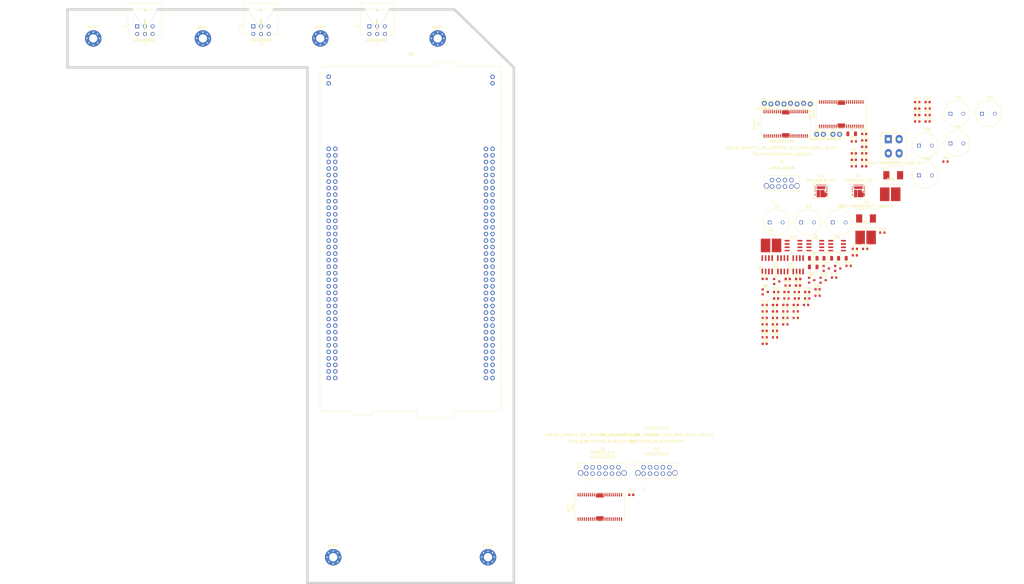
<source format=kicad_pcb>
(kicad_pcb (version 20211014) (generator pcbnew)
  (layers (0 "F.Cu" signal) (31 "B.Cu" signal) (34 "B.Paste" user) (35 "F.Paste" user) (36 "B.SilkS" user "B.Silkscreen") (37 "F.SilkS" user "F.Silkscreen") (38 "B.Mask" user) (39 "F.Mask" user) (44 "Edge.Cuts" user))
  (net 0 "")
  (net 1 "VBAT")
  (net 2 "PGND")
  (net 3 "VDD_3.3V")
  (net 4 "VDD_5V")
  (net 5 "Net-(C14-Pad2)")
  (net 6 "Net-(C15-Pad2)")
  (net 7 "Net-(C18-Pad1)")
  (net 8 "Net-(C19-Pad1)")
  (net 9 "Net-(C19-Pad2)")
  (net 10 "Net-(C20-Pad1)")
  (net 11 "Net-(C20-Pad2)")
  (net 12 "OUTPUT_ADC_ML")
  (net 13 "Net-(C22-Pad2)")
  (net 14 "Net-(C23-Pad2)")
  (net 15 "3.3V")
  (net 16 "5V")
  (net 17 "Net-(C33-Pad1)")
  (net 18 "OUTPUT_ADC_MC")
  (net 19 "Net-(C38-Pad1)")
  (net 20 "OUTPUT_ADC_MR")
  (net 21 "Net-(D1-Pad2)")
  (net 22 "Net-(D2-Pad2)")
  (net 23 "Encoder_LeftActuator_TIM3_CH1")
  (net 24 "Encoder_LeftActuator_TIM3_CH2")
  (net 25 "MOTOR_Left_M")
  (net 26 "MOTOR_Left_P")
  (net 27 "Encoder_CenterActuator_TIM4_CH1")
  (net 28 "Encoder_CenterActuator_TIM4_CH2")
  (net 29 "MOTOR_Center_M")
  (net 30 "MOTOR_Center_P")
  (net 31 "Encoder_RightActuator_TIM1_CH1")
  (net 32 "Encoder_RightActuator_TIM1_CH2")
  (net 33 "MOTOR_Right_M")
  (net 34 "MOTOR_Right_P")
  (net 35 "SCL_Screen")
  (net 36 "SDA_Screen")
  (net 37 "RES_Screen")
  (net 38 "DC_Screen")
  (net 39 "CS_Screen")
  (net 40 "BLK_Screen")
  (net 41 "CLK_Encoder")
  (net 42 "DT_Encoder")
  (net 43 "EncoderSwitch")
  (net 44 "UpSignal")
  (net 45 "DownSignal")
  (net 46 "DOWN_LED-")
  (net 47 "UP_LED-")
  (net 50 "STATE4_LED-")
  (net 51 "STATE3_LED-")
  (net 52 "STATE2_LED-")
  (net 53 "STATE1_LED-")
  (net 54 "Net-(L1-Pad1)")
  (net 55 "Net-(L2-Pad1)")
  (net 56 "MicroControllerUPSignal")
  (net 57 "Net-(Q1-Pad3)")
  (net 58 "MicroControllerDOWNSignal")
  (net 59 "Net-(Q2-Pad3)")
  (net 60 "MicroControllerSTATE1Signal")
  (net 61 "Net-(Q3-Pad3)")
  (net 62 "MicroControllerSTATE2Signal")
  (net 63 "Net-(Q4-Pad3)")
  (net 64 "MicroControllerSTATE3Signal")
  (net 65 "Net-(Q5-Pad3)")
  (net 66 "MicroControllerSTATE4Signal")
  (net 67 "Net-(Q6-Pad3)")
  (net 68 "FAIL_Left")
  (net 69 "RNF_Left")
  (net 70 "VREF_Left")
  (net 71 "Net-(R7-Pad1)")
  (net 72 "Net-(R8-Pad1)")
  (net 73 "Net-(R9-Pad1)")
  (net 74 "Net-(R10-Pad1)")
  (net 75 "3.3vPGOOD")
  (net 76 "5vPGOOD")
  (net 77 "Net-(R13-Pad1)")
  (net 78 "Net-(R14-Pad1)")
  (net 79 "VFB_3.3V")
  (net 80 "VFB_5v")
  (net 81 "FAIL_Center")
  (net 82 "RNF_Center")
  (net 83 "VREF_Center")
  (net 84 "FAIL_Right")
  (net 85 "RNF_Right")
  (net 86 "VREF_Right")
  (net 87 "PS_Left")
  (net 88 "PS_Right")
  (net 89 "PS_Center")
  (net 90 "Motor_Center_TempSense_SDA")
  (net 91 "Motor_Center_TempSense_SCL")
  (net 96 "IN1_MOTOR_Left")
  (net 97 "IN2_MOTOR_Left")
  (net 116 "VFB_5V")
  (net 121 "IN1_MOTOR_Center")
  (net 122 "IN2_MOTOR_Center")
  (net 162 "IN2_MOTOR_Right")
  (net 170 "IN1_MOTOR_Right")
  (footprint "Package_SO:SOIC-8_3.9x4.9mm_P1.27mm" (layer "F.Cu") (at 384.355 126.63)
    (fp_text reference "U8" (at 0 -3.4) (layer "F.SilkS"))
    (fp_text value "INA240A1D")
    (pad "1" smd roundrect locked (at -2.475 -1.905) (size 1.95 0.6) (layers "F.Cu" "F.Paste" "F.Mask") (net 2 "PGND"))
    (pad "2" smd roundrect locked (at -2.475 -0.635) (size 1.95 0.6) (layers "F.Cu" "F.Paste" "F.Mask") (net 2 "PGND"))
    (pad "3" smd roundrect locked (at -2.475 0.635) (size 1.95 0.6) (layers "F.Cu" "F.Paste" "F.Mask") (net 2 "PGND"))
    (pad "4" smd roundrect locked (at -2.475 1.905) (size 1.95 0.6) (layers "F.Cu" "F.Paste" "F.Mask") (net 2 "PGND"))
    (pad "5" smd roundrect locked (at 2.475 1.905) (size 1.95 0.6) (layers "F.Cu" "F.Paste" "F.Mask") (net 18 "OUTPUT_ADC_MC"))
    (pad "6" smd roundrect locked (at 2.475 0.635) (size 1.95 0.6) (layers "F.Cu" "F.Paste" "F.Mask") (net 15 "3.3V"))
    (pad "7" smd roundrect locked (at 2.475 -0.635) (size 1.95 0.6) (layers "F.Cu" "F.Paste" "F.Mask") (net 2 "PGND"))
    (pad "8" smd roundrect locked (at 2.475 -1.905) (size 1.95 0.6) (layers "F.Cu" "F.Paste" "F.Mask") (net 17 "Net-(C33-Pad1)"))
  )
  (footprint "Capacitor_SMD:C_1206_3216Metric" (layer "F.Cu") (at 398.455 83.25)
    (fp_text reference "C13" (at 0 -1.85) (layer "F.SilkS"))
    (fp_text value "10uF - 50V")
    (pad "1" smd roundrect locked (at -1.475 0) (size 1.15 1.8) (layers "F.Cu" "F.Paste" "F.Mask") (roundrect_rratio 0.217391) (net 1 "VBAT"))
    (pad "2" smd roundrect locked (at 1.475 0) (size 1.15 1.8) (layers "F.Cu" "F.Paste" "F.Mask") (roundrect_rratio 0.217391) (net 2 "PGND"))
  )
  (footprint "Package_TO_SOT_SMD:SOT-23" (layer "F.Cu") (at 382.955 140.03)
    (fp_text reference "Q5" (at 0 -2.5) (layer "F.SilkS"))
    (fp_text value "DMN2075U - SSM3K329R")
    (pad "1" smd rect locked (at -1 -0.95) (size 0.9 0.8) (layers "F.Cu" "F.Paste" "F.Mask") (net 64 "MicroControllerSTATE3Signal"))
    (pad "2" smd rect locked (at -1 0.95) (size 0.9 0.8) (layers "F.Cu" "F.Paste" "F.Mask") (net 2 "PGND"))
    (pad "3" smd rect locked (at 1 0) (size 0.9 0.8) (layers "F.Cu" "F.Paste" "F.Mask") (net 65 "Net-(Q5-Pad3)"))
  )
  (footprint "Connectors:430450601" (layer "F.Cu") (at 121.5215 41.55 180)
    (fp_text reference "J2" (at -3.000002 -7) (layer "F.SilkS"))
    (fp_text value "430450601" (at -2.8 -5.4) (layer "F.SilkS"))
    (fp_text user "*" (at 1.524 1.016) (layer "F.SilkS"))
    (pad "" np_thru_hole circle (at -2.999999 4.319999 180) (size 2.999999 2.999999) (drill 2.999999) (layers *.Cu *.Mask))
    (pad "1" thru_hole rect (at 0 0 180) (size 1.52 1.52) (drill 1.02) (layers *.Cu *.Mask) (net 26 "MOTOR_Left_P"))
    (pad "2" thru_hole circle (at -2.999999 0 180) (size 1.52 1.52) (drill 1.02) (layers *.Cu *.Mask) (net 25 "MOTOR_Left_M"))
    (pad "3" thru_hole circle (at -5.999998 0 180) (size 1.52 1.52) (drill 1.02) (layers *.Cu *.Mask) (net 16 "5V"))
    (pad "4" thru_hole circle (at 0 -2.999999 180) (size 1.52 1.52) (drill 1.02) (layers *.Cu *.Mask) (net 2 "PGND"))
    (pad "5" thru_hole circle (at -2.999999 -2.999999 180) (size 1.52 1.52) (drill 1.02) (layers *.Cu *.Mask) (net 24 "Encoder_LeftActuator_TIM3_CH2"))
    (pad "6" thru_hole circle (at -5.999998 -2.999999 180) (size 1.52 1.52) (drill 1.02) (layers *.Cu *.Mask) (net 23 "Encoder_LeftActuator_TIM3_CH1"))
  )
  (footprint "MountingHole:MountingHole_3.2mm_M3_Pad_Via" (layer "F.Cu") (at 238 46.25)
    (fp_text reference "REF**" (at 0 -4.2) (layer "F.SilkS"))
    (fp_text value "MountingHole_3.2mm_M3_Pad_Via")
    (pad "1" thru_hole circle locked (at 0 -2.4) (size 0.8 0.8) (drill 0.5) (layers *.Cu *.Mask))
    (pad "1" thru_hole circle locked (at 0 0) (size 6.4 6.4) (drill 3.2) (layers *.Cu *.Mask))
    (pad "1" thru_hole circle locked (at -1.697056 1.697056) (size 0.8 0.8) (drill 0.5) (layers *.Cu *.Mask))
    (pad "1" thru_hole circle locked (at -1.697056 -1.697056) (size 0.8 0.8) (drill 0.5) (layers *.Cu *.Mask))
    (pad "1" thru_hole circle locked (at 1.697056 1.697056) (size 0.8 0.8) (drill 0.5) (layers *.Cu *.Mask))
    (pad "1" thru_hole circle locked (at -2.4 0) (size 0.8 0.8) (drill 0.5) (layers *.Cu *.Mask))
    (pad "1" thru_hole circle locked (at 1.697056 -1.697056) (size 0.8 0.8) (drill 0.5) (layers *.Cu *.Mask))
    (pad "1" thru_hole circle locked (at 0 2.4) (size 0.8 0.8) (drill 0.5) (layers *.Cu *.Mask))
    (pad "1" thru_hole circle locked (at 2.4 0) (size 0.8 0.8) (drill 0.5) (layers *.Cu *.Mask))
  )
  (footprint "Capacitor_SMD:C_0603_1608Metric" (layer "F.Cu") (at 369.185 147.12)
    (fp_text reference "C33" (at 0 -1.43) (layer "F.SilkS"))
    (fp_text value "Option")
    (pad "1" smd roundrect locked (at -0.775 0) (size 0.9 0.95) (layers "F.Cu" "F.Paste" "F.Mask") (net 17 "Net-(C33-Pad1)"))
    (pad "2" smd roundrect locked (at 0.775 0) (size 0.9 0.95) (layers "F.Cu" "F.Paste" "F.Mask") (net 2 "PGND"))
  )
  (footprint "Connectors:ADT7410" (layer "F.Cu") (at 365.7316 134.055)
    (fp_text reference "U7" (at -3.429 1.27 90) (layer "F.SilkS") (effects (font (size 0.32 0.32))))
    (fp_text value "ADT7410")
    (fp_text user "ADT7410" (at -2.921 0.889 90) (layer "F.SilkS") (effects (font (size 0.32 0.32) (thickness 0.08))))
    (pad "1" smd rect (at -1.905 2.6) (size 0.6 2.2) (layers "F.Cu" "F.Paste" "F.Mask") (net 91 "Motor_Center_TempSense_SCL"))
    (pad "2" smd rect (at -0.635 2.6) (size 0.6 2.2) (layers "F.Cu" "F.Paste" "F.Mask") (net 90 "Motor_Center_TempSense_SDA"))
    (pad "3" smd rect (at 0.635 2.6) (size 0.6 2.2) (layers "F.Cu" "F.Paste" "F.Mask") (net 2 "PGND"))
    (pad "4" smd rect (at 1.905 2.6) (size 0.6 2.2) (layers "F.Cu" "F.Paste" "F.Mask") (net 15 "3.3V"))
    (pad "5" smd rect (at 1.905 -2.6) (size 0.6 2.2) (layers "F.Cu" "F.Paste" "F.Mask"))
    (pad "6" smd rect (at 0.635 -2.6) (size 0.6 2.2) (layers "F.Cu" "F.Paste" "F.Mask"))
    (pad "7" smd rect (at -0.635 -2.6) (size 0.6 2.2) (layers "F.Cu" "F.Paste" "F.Mask") (net 2 "PGND"))
    (pad "8" smd rect (at -1.905 -2.6) (size 0.6 2.2) (layers "F.Cu" "F.Paste" "F.Mask") (net 15 "3.3V"))
  )
  (footprint "Connectors:430450601" (layer "F.Cu") (at 211.521499 41.549999 180)
    (fp_text reference "J4" (at -3.000002 -7) (layer "F.SilkS"))
    (fp_text value "430450601" (at -2.8 -5.4) (layer "F.SilkS"))
    (fp_text user "*" (at 1.524 1.016) (layer "F.SilkS"))
    (pad "" np_thru_hole circle (at -2.999999 4.319999 180) (size 2.999999 2.999999) (drill 2.999999) (layers *.Cu *.Mask))
    (pad "1" thru_hole rect (at 0 0 180) (size 1.52 1.52) (drill 1.02) (layers *.Cu *.Mask) (net 34 "MOTOR_Right_P"))
    (pad "2" thru_hole circle (at -2.999999 0 180) (size 1.52 1.52) (drill 1.02) (layers *.Cu *.Mask) (net 33 "MOTOR_Right_M"))
    (pad "3" thru_hole circle (at -5.999998 0 180) (size 1.52 1.52) (drill 1.02) (layers *.Cu *.Mask) (net 16 "5V"))
    (pad "4" thru_hole circle (at 0 -2.999999 180) (size 1.52 1.52) (drill 1.02) (layers *.Cu *.Mask) (net 2 "PGND"))
    (pad "5" thru_hole circle (at -2.999999 -2.999999 180) (size 1.52 1.52) (drill 1.02) (layers *.Cu *.Mask) (net 32 "Encoder_RightActuator_TIM1_CH2"))
    (pad "6" thru_hole circle (at -5.999998 -2.999999 180) (size 1.52 1.52) (drill 1.02) (layers *.Cu *.Mask) (net 31 "Encoder_RightActuator_TIM1_CH1"))
  )
  (footprint "Connectors:430450601" (layer "F.Cu") (at 166.5215 41.549999 180)
    (fp_text reference "J3" (at -3.000002 -7) (layer "F.SilkS"))
    (fp_text value "430450601" (at -2.8 -5.4) (layer "F.SilkS"))
    (fp_text user "*" (at 1.524 1.016) (layer "F.SilkS"))
    (pad "" np_thru_hole circle (at -2.999999 4.319999 180) (size 2.999999 2.999999) (drill 2.999999) (layers *.Cu *.Mask))
    (pad "1" thru_hole rect (at 0 0 180) (size 1.52 1.52) (drill 1.02) (layers *.Cu *.Mask) (net 30 "MOTOR_Center_P"))
    (pad "2" thru_hole circle (at -2.999999 0 180) (size 1.52 1.52) (drill 1.02) (layers *.Cu *.Mask) (net 29 "MOTOR_Center_M"))
    (pad "3" thru_hole circle (at -5.999998 0 180) (size 1.52 1.52) (drill 1.02) (layers *.Cu *.Mask) (net 16 "5V"))
    (pad "4" thru_hole circle (at 0 -2.999999 180) (size 1.52 1.52) (drill 1.02) (layers *.Cu *.Mask) (net 2 "PGND"))
    (pad "5" thru_hole circle (at -2.999999 -2.999999 180) (size 1.52 1.52) (drill 1.02) (layers *.Cu *.Mask) (net 28 "Encoder_CenterActuator_TIM4_CH2"))
    (pad "6" thru_hole circle (at -5.999998 -2.999999 180) (size 1.52 1.52) (drill 1.02) (layers *.Cu *.Mask) (net 27 "Encoder_CenterActuator_TIM4_CH1"))
  )
  (footprint "Capacitor_SMD:C_1206_3216Metric" (layer "F.Cu") (at 383.555 134.88)
    (fp_text reference "C12" (at 0 -1.85) (layer "F.SilkS"))
    (fp_text value "10uF - 50V")
    (pad "1" smd roundrect locked (at -1.475 0) (size 1.15 1.8) (layers "F.Cu" "F.Paste" "F.Mask") (roundrect_rratio 0.217391) (net 1 "VBAT"))
    (pad "2" smd roundrect locked (at 1.475 0) (size 1.15 1.8) (layers "F.Cu" "F.Paste" "F.Mask") (roundrect_rratio 0.217391) (net 2 "PGND"))
  )
  (footprint "Resistor_SMD:R_0603_1608Metric" (layer "F.Cu") (at 364.735 162.18)
    (fp_text reference "R29" (at 0 -1.43) (layer "F.SilkS"))
    (fp_text value "12k")
    (pad "1" smd roundrect locked (at -0.825 0) (size 0.8 0.95) (layers "F.Cu" "F.Paste" "F.Mask") (net 86 "VREF_Right"))
    (pad "2" smd roundrect locked (at 0.825 0) (size 0.8 0.95) (layers "F.Cu" "F.Paste" "F.Mask") (net 15 "3.3V"))
  )
  (footprint "Connectors:BD63150AFM" (layer "F.Cu") (at 372.9 79.365)
    (fp_text reference "U1" (at -10.61 0 90) (layer "F.SilkS"))
    (fp_text value "BD63150AFM")
    (fp_text user "REF**" (at -12.065 0 90) (layer "F.SilkS"))
    (fp_poly (pts (xy 1.41 5.1) (xy 0.99 5.35) (xy -1 5.35) (xy -1.41 5.1) (xy -1.41 3.7) (xy 1.41 3.7)) (layer "F.Cu") (width 0.12) (fill solid))
    (fp_poly (pts (xy 1.41 -5.1) (xy 1.41 -3.7) (xy -1.41 -3.7) (xy -1.41 -5.1) (xy -1 -5.35) (xy 1 -5.35)) (layer "F.Cu") (width 0.12) (fill solid))
    (pad "0" smd rect (at -0.4 4.4) (size 0.42 1.4) (layers "F.Cu" "F.Paste" "F.Mask") (net 2 "PGND"))
    (pad "0" smd rect (at 1.2 -4.4) (size 0.42 1.4) (layers "F.Cu" "F.Paste" "F.Mask") (net 2 "PGND"))
    (pad "0" smd rect (at -0.4 -4.4) (size 0.42 1.4) (layers "F.Cu" "F.Paste" "F.Mask") (net 2 "PGND"))
    (pad "0" smd rect (at 0.4 4.4) (size 0.42 1.4) (layers "F.Cu" "F.Paste" "F.Mask") (net 2 "PGND"))
    (pad "0" smd rect (at 0.4 -4.4) (size 0.42 1.4) (layers "F.Cu" "F.Paste" "F.Mask") (net 2 "PGND"))
    (pad "0" smd rect (at -1.2 4.4) (size 0.42 1.4) (layers "F.Cu" "F.Paste" "F.Mask") (net 2 "PGND"))
    (pad "0" smd rect (at -1.2 -4.4) (size 0.42 1.4) (layers "F.Cu" "F.Paste" "F.Mask") (net 2 "PGND"))
    (pad "0" smd rect (at 1.2 4.4) (size 0.42 1.4) (layers "F.Cu" "F.Paste" "F.Mask") (net 2 "PGND"))
    (pad "1" smd rect (at -8.4 4.75) (size 0.42 1.4) (layers "F.Cu" "F.Paste" "F.Mask") (net 26 "MOTOR_Left_P"))
    (pad "2" smd rect (at -7.6 4.75) (size 0.42 1.4) (layers "F.Cu" "F.Paste" "F.Mask") (net 26 "MOTOR_Left_P"))
    (pad "3" smd rect (at -6.8 4.75) (size 0.42 1.4) (layers "F.Cu" "F.Paste" "F.Mask") (net 26 "MOTOR_Left_P"))
    (pad "4" smd rect (at -6 4.75) (size 0.42 1.4) (layers "F.Cu" "F.Paste" "F.Mask"))
    (pad "5" smd rect (at -5.2 4.75) (size 0.42 1.4) (layers "F.Cu" "F.Paste" "F.Mask"))
    (pad "6" smd rect (at -4.4 4.75) (size 0.42 1.4) (layers "F.Cu" "F.Paste" "F.Mask") (net 25 "MOTOR_Left_M"))
    (pad "7" smd rect (at -3.6 4.75) (size 0.42 1.4) (layers "F.Cu" "F.Paste" "F.Mask") (net 25 "MOTOR_Left_M"))
    (pad "8" smd rect (at -2.8 4.75) (size 0.42 1.4) (layers "F.Cu" "F.Paste" "F.Mask") (net 25 "MOTOR_Left_M"))
    (pad "9" smd rect (at -2 4.75) (size 0.42 1.4) (layers "F.Cu" "F.Paste" "F.Mask"))
    (pad "10" smd rect (at 2 4.75) (size 0.42 1.4) (layers "F.Cu" "F.Paste" "F.Mask"))
    (pad "11" smd rect (at 2.8 4.75) (size 0.42 1.4) (layers "F.Cu" "F.Paste" "F.Mask") (net 96 "IN1_MOTOR_Left"))
    (pad "12" smd rect (at 3.6 4.75) (size 0.42 1.4) (layers "F.Cu" "F.Paste" "F.Mask") (net 97 "IN2_MOTOR_Left"))
    (pad "13" smd rect (at 4.4 4.75) (size 0.42 1.4) (layers "F.Cu" "F.Paste" "F.Mask") (net 87 "PS_Left"))
    (pad "14" smd rect (at 5.2 4.75) (size 0.42 1.4) (layers "F.Cu" "F.Paste" "F.Mask"))
    (pad "15" smd rect (at 6 4.75) (size 0.42 1.4) (layers "F.Cu" "F.Paste" "F.Mask") (net 2 "PGND"))
    (pad "16" smd rect (at 6.8 4.75) (size 0.42 1.4) (layers "F.Cu" "F.Paste" "F.Mask") (net 68 "FAIL_Left"))
    (pad "17" smd rect (at 7.6 4.75) (size 0.42 1.4) (layers "F.Cu" "F.Paste" "F.Mask"))
    (pad "18" smd rect (at 8.4 4.75) (size 0.42 1.4) (layers "F.Cu" "F.Paste" "F.Mask") (net 2 "PGND"))
    (pad "19" smd rect (at 8.4 -4.75 180) (size 0.42 1.4) (layers "F.Cu" "F.Paste" "F.Mask"))
    (pad "20" smd rect (at 7.6 -4.75 180) (size 0.42 1.4) (layers "F.Cu" "F.Paste" "F.Mask") (net 70 "VREF_Left"))
    (pad "21" smd rect (at 6.8 -4.75 180) (size 0.42 1.4) (layers "F.Cu" "F.Paste" "F.Mask"))
    (pad "22" smd rect (at 6 -4.75 180) (size 0.42 1.4) (layers "F.Cu" "F.Paste" "F.Mask") (net 2 "PGND"))
    (pad "23" smd rect (at 5.2 -4.75) (size 0.42 1.4) (layers "F.Cu" "F.Paste" "F.Mask"))
    (pad "24" smd rect (at 4.4 -4.75) (size 0.42 1.4) (layers "F.Cu" "F.Paste" "F.Mask") (net 1 "VBAT"))
    (pad "25" smd rect (at 3.6 -4.75) (size 0.42 1.4) (layers "F.Cu" "F.Paste" "F.Mask") (net 1 "VBAT"))
    (pad "26" smd rect (at 2.8 -4.75) (size 0.42 1.4) (layers "F.Cu" "F.Paste" "F.Mask") (net 1 "VBAT"))
    (pad "27" smd rect (at 2 -4.75) (size 0.42 1.4) (layers "F.Cu" "F.Paste" "F.Mask"))
    (pad "28" smd rect (at -2 -4.75) (size 0.42 1.4) (layers "F.Cu" "F.Paste" "F.Mask"))
    (pad "29" smd rect (at -2.8 -4.75) (size 0.42 1.4) (layers "F.Cu" "F.Paste" "F.Mask") (net 2 "PGND"))
    (pad "30" smd rect (at -3.6 -4.75) (size 0.42 1.4) (layers "F.Cu" "F.Paste" "F.Mask"))
    (pad "31" smd rect (at -4.4 -4.75) (size 0.42 1.4) (layers "F.Cu" "F.Paste" "F.Mask"))
    (pad "32" smd rect (at -5.2 -4.75) (size 0.42 1.4) (layers "F.Cu" "F.Paste" "F.Mask") (net 69 "RNF_Left"))
    (pad "33" smd rect (at -6 -4.75) (size 0.42 1.4) (layers "F.Cu" "F.Paste" "F.Mask") (net 69 "RNF_Left"))
    (pad "34" smd rect (at -6.8 -4.75) (size 0.42 1.4) (layers "F.Cu" "F.Paste" "F.Mask") (net 69 "RNF_Left"))
    (pad "35" smd rect (at -7.6 -4.75) (size 0.42 1.4) (layers "F.Cu" "F.Paste" "F.Mask") (net 69 "RNF_Left"))
    (pad "36" smd rect (at -8.4 -4.75) (size 0.42 1.4) (layers "F.Cu" "F.Paste" "F.Mask"))
  )
  (footprint "Connectors:BD63150AFM" (layer "F.Cu") (at 300.85 227.985)
    (fp_text reference "U6" (at -10.61 0 90) (layer "F.SilkS"))
    (fp_text value "BD63150AFM")
    (fp_text user "REF**" (at -12.065 0 90) (layer "F.SilkS"))
    (fp_poly (pts (xy 1.41 5.1) (xy 0.99 5.35) (xy -1 5.35) (xy -1.41 5.1) (xy -1.41 3.7) (xy 1.41 3.7)) (layer "F.Cu") (width 0.12) (fill solid))
    (fp_poly (pts (xy 1.41 -5.1) (xy 1.41 -3.7) (xy -1.41 -3.7) (xy -1.41 -5.1) (xy -1 -5.35) (xy 1 -5.35)) (layer "F.Cu") (width 0.12) (fill solid))
    (pad "0" smd rect (at 1.2 -4.4) (size 0.42 1.4) (layers "F.Cu" "F.Paste" "F.Mask") (net 2 "PGND"))
    (pad "0" smd rect (at -0.4 4.4) (size 0.42 1.4) (layers "F.Cu" "F.Paste" "F.Mask") (net 2 "PGND"))
    (pad "0" smd rect (at 0.4 4.4) (size 0.42 1.4) (layers "F.Cu" "F.Paste" "F.Mask") (net 2 "PGND"))
    (pad "0" smd rect (at 1.2 4.4) (size 0.42 1.4) (layers "F.Cu" "F.Paste" "F.Mask") (net 2 "PGND"))
    (pad "0" smd rect (at 0.4 -4.4) (size 0.42 1.4) (layers "F.Cu" "F.Paste" "F.Mask") (net 2 "PGND"))
    (pad "0" smd rect (at -0.4 -4.4) (size 0.42 1.4) (layers "F.Cu" "F.Paste" "F.Mask") (net 2 "PGND"))
    (pad "0" smd rect (at -1.2 -4.4) (size 0.42 1.4) (layers "F.Cu" "F.Paste" "F.Mask") (net 2 "PGND"))
    (pad "0" smd rect (at -1.2 4.4) (size 0.42 1.4) (layers "F.Cu" "F.Paste" "F.Mask") (net 2 "PGND"))
    (pad "1" smd rect (at -8.4 4.75) (size 0.42 1.4) (layers "F.Cu" "F.Paste" "F.Mask") (net 30 "MOTOR_Center_P"))
    (pad "2" smd rect (at -7.6 4.75) (size 0.42 1.4) (layers "F.Cu" "F.Paste" "F.Mask") (net 30 "MOTOR_Center_P"))
    (pad "3" smd rect (at -6.8 4.75) (size 0.42 1.4) (layers "F.Cu" "F.Paste" "F.Mask") (net 30 "MOTOR_Center_P"))
    (pad "4" smd rect (at -6 4.75) (size 0.42 1.4) (layers "F.Cu" "F.Paste" "F.Mask"))
    (pad "5" smd rect (at -5.2 4.75) (size 0.42 1.4) (layers "F.Cu" "F.Paste" "F.Mask"))
    (pad "6" smd rect (at -4.4 4.75) (size 0.42 1.4) (layers "F.Cu" "F.Paste" "F.Mask") (net 29 "MOTOR_Center_M"))
    (pad "7" smd rect (at -3.6 4.75) (size 0.42 1.4) (layers "F.Cu" "F.Paste" "F.Mask") (net 29 "MOTOR_Center_M"))
    (pad "8" smd rect (at -2.8 4.75) (size 0.42 1.4) (layers "F.Cu" "F.Paste" "F.Mask") (net 29 "MOTOR_Center_M"))
    (pad "9" smd rect (at -2 4.75) (size 0.42 1.4) (layers "F.Cu" "F.Paste" "F.Mask"))
    (pad "10" smd rect (at 2 4.75) (size 0.42 1.4) (layers "F.Cu" "F.Paste" "F.Mask"))
    (pad "11" smd rect (at 2.8 4.75) (size 0.42 1.4) (layers "F.Cu" "F.Paste" "F.Mask") (net 121 "IN1_MOTOR_Center"))
    (pad "12" smd rect (at 3.6 4.75) (size 0.42 1.4) (layers "F.Cu" "F.Paste" "F.Mask") (net 122 "IN2_MOTOR_Center"))
    (pad "13" smd rect (at 4.4 4.75) (size 0.42 1.4) (layers "F.Cu" "F.Paste" "F.Mask") (net 89 "PS_Center"))
    (pad "14" smd rect (at 5.2 4.75) (size 0.42 1.4) (layers "F.Cu" "F.Paste" "F.Mask"))
    (pad "15" smd rect (at 6 4.75) (size 0.42 1.4) (layers "F.Cu" "F.Paste" "F.Mask") (net 2 "PGND"))
    (pad "16" smd rect (at 6.8 4.75) (size 0.42 1.4) (layers "F.Cu" "F.Paste" "F.Mask") (net 81 "FAIL_Center"))
    (pad "17" smd rect (at 7.6 4.75) (size 0.42 1.4) (layers "F.Cu" "F.Paste" "F.Mask"))
    (pad "18" smd rect (at 8.4 4.75) (size 0.42 1.4) (layers "F.Cu" "F.Paste" "F.Mask") (net 2 "PGND"))
    (pad "19" smd rect (at 8.4 -4.75 180) (size 0.42 1.4) (layers "F.Cu" "F.Paste" "F.Mask"))
    (pad "20" smd rect (at 7.6 -4.75 180) (size 0.42 1.4) (layers "F.Cu" "F.Paste" "F.Mask") (net 83 "VREF_Center"))
    (pad "21" smd rect (at 6.8 -4.75 180) (size 0.42 1.4) (layers "F.Cu" "F.Paste" "F.Mask"))
    (pad "22" smd rect (at 6 -4.75 180) (size 0.42 1.4) (layers "F.Cu" "F.Paste" "F.Mask") (net 2 "PGND"))
    (pad "23" smd rect (at 5.2 -4.75) (size 0.42 1.4) (layers "F.Cu" "F.Paste" "F.Mask"))
    (pad "24" smd rect (at 4.4 -4.75) (size 0.42 1.4) (layers "F.Cu" "F.Paste" "F.Mask") (net 1 "VBAT"))
    (pad "25" smd rect (at 3.6 -4.75) (size 0.42 1.4) (layers "F.Cu" "F.Paste" "F.Mask") (net 1 "VBAT"))
    (pad "26" smd rect (at 2.8 -4.75) (size 0.42 1.4) (layers "F.Cu" "F.Paste" "F.Mask") (net 1 "VBAT"))
    (pad "27" smd rect (at 2 -4.75) (size 0.42 1.4) (layers "F.Cu" "F.Paste" "F.Mask"))
    (pad "28" smd rect (at -2 -4.75) (size 0.42 1.4) (layers "F.Cu" "F.Paste" "F.Mask"))
    (pad "29" smd rect (at -2.8 -4.75) (size 0.42 1.4) (layers "F.Cu" "F.Paste" "F.Mask") (net 2 "PGND"))
    (pad "30" smd rect (at -3.6 -4.75) (size 0.42 1.4) (layers "F.Cu" "F.Paste" "F.Mask"))
    (pad "31" smd rect (at -4.4 -4.75) (size 0.42 1.4) (layers "F.Cu" "F.Paste" "F.Mask"))
    (pad "32" smd rect (at -5.2 -4.75) (size 0.42 1.4) (layers "F.Cu" "F.Paste" "F.Mask") (net 82 "RNF_Center"))
    (pad "33" smd rect (at -6 -4.75) (size 0.42 1.4) (layers "F.Cu" "F.Paste" "F.Mask") (net 82 "RNF_Center"))
    (pad "34" smd rect (at -6.8 -4.75) (size 0.42 1.4) (layers "F.Cu" "F.Paste" "F.Mask") (net 82 "RNF_Center"))
    (pad "35" smd rect (at -7.6 -4.75) (size 0.42 1.4) (layers "F.Cu" "F.Paste" "F.Mask") (net 82 "RNF_Center"))
    (pad "36" smd rect (at -8.4 -4.75) (size 0.42 1.4) (layers "F.Cu" "F.Paste" "F.Mask"))
  )
  (footprint "Resistor_SMD:R_0603_1608Metric" (layer "F.Cu") (at 399.295 95.84)
    (fp_text reference "R30" (at 0 -1.43) (layer "F.SilkS"))
    (fp_text value "12k")
    (pad "1" smd roundrect locked (at -0.825 0) (size 0.8 0.95) (layers "F.Cu" "F.Paste" "F.Mask") (net 2 "PGND"))
    (pad "2" smd roundrect locked (at 0.825 0) (size 0.8 0.95) (layers "F.Cu" "F.Paste" "F.Mask") (net 86 "VREF_Right"))
  )
  (footprint "Capacitor_SMD:C_0603_1608Metric" (layer "F.Cu") (at 376.765 149.63)
    (fp_text reference "C19" (at 0 -1.43) (layer "F.SilkS"))
    (fp_text value "0.1uF")
    (pad "1" smd roundrect locked (at -0.775 0) (size 0.9 0.95) (layers "F.Cu" "F.Paste" "F.Mask") (net 8 "Net-(C19-Pad1)"))
    (pad "2" smd roundrect locked (at 0.775 0) (size 0.9 0.95) (layers "F.Cu" "F.Paste" "F.Mask") (net 9 "Net-(C19-Pad2)"))
  )
  (footprint "Resistor_SMD:R_0603_1608Metric" (layer "F.Cu") (at 364.735 152.14)
    (fp_text reference "R46" (at 0 -1.43) (layer "F.SilkS"))
    (fp_text value "10k")
    (pad "1" smd roundrect locked (at -0.825 0) (size 0.8 0.95) (layers "F.Cu" "F.Paste" "F.Mask") (net 91 "Motor_Center_TempSense_SCL"))
    (pad "2" smd roundrect locked (at 0.825 0) (size 0.8 0.95) (layers "F.Cu" "F.Paste" "F.Mask") (net 15 "3.3V"))
  )
  (footprint "Connectors:SPM6545VT-150M-D" (layer "F.Cu") (at 414.5571 99.3184)
    (fp_text reference "L1" (at 0 -6.35) (layer "F.SilkS"))
    (fp_text value "15uH-SPM6545VT-150M-D" (at 0 -4.699) (layer "F.SilkS"))
    (fp_text user "*" (at 0 0) (layer "F.SilkS"))
    (pad "1" smd rect (at -2.667 0 90) (size 3.2004 2.3622) (layers "F.Cu" "F.Paste" "F.Mask") (net 54 "Net-(L1-Pad1)"))
    (pad "2" smd rect (at 2.667 0 90) (size 3.2004 2.3622) (layers "F.Cu" "F.Paste" "F.Mask") (net 15 "3.3V"))
  )
  (footprint "Resistor_SMD:R_0603_1608Metric" (layer "F.Cu") (at 368.745 157.16)
    (fp_text reference "R11" (at 0 -1.43) (layer "F.SilkS"))
    (fp_text value "10k")
    (pad "1" smd roundrect locked (at -0.825 0) (size 0.8 0.95) (layers "F.Cu" "F.Paste" "F.Mask") (net 75 "3.3vPGOOD"))
    (pad "2" smd roundrect locked (at 0.825 0) (size 0.8 0.95) (layers "F.Cu" "F.Paste" "F.Mask") (net 3 "VDD_3.3V"))
  )
  (footprint "Capacitor_SMD:C_1206_3216Metric" (layer "F.Cu") (at 383.555 131.53)
    (fp_text reference "C32" (at 0 -1.85) (layer "F.SilkS"))
    (fp_text value "10uF - 50V")
    (pad "1" smd roundrect locked (at -1.475 0) (size 1.15 1.8) (layers "F.Cu" "F.Paste" "F.Mask") (roundrect_rratio 0.217391) (net 1 "VBAT"))
    (pad "2" smd roundrect locked (at 1.475 0) (size 1.15 1.8) (layers "F.Cu" "F.Paste" "F.Mask") (roundrect_rratio 0.217391) (net 2 "PGND"))
  )
  (footprint "Capacitor_SMD:C_0603_1608Metric" (layer "F.Cu") (at 364.735 159.67)
    (fp_text reference "C23" (at 0 -1.43) (layer "F.SilkS"))
    (fp_text value "33nF")
    (pad "1" smd roundrect locked (at -0.775 0) (size 0.9 0.95) (layers "F.Cu" "F.Paste" "F.Mask") (net 2 "PGND"))
    (pad "2" smd roundrect locked (at 0.775 0) (size 0.9 0.95) (layers "F.Cu" "F.Paste" "F.Mask") (net 14 "Net-(C23-Pad2)"))
  )
  (footprint "Connectors:39281043" (layer "F.Cu") (at 412.655 85.31)
    (fp_text reference "J1" (at 2.1 -3.45) (layer "F.SilkS"))
    (fp_text value "39281043")
    (pad "1" thru_hole roundrect locked (at 0 0) (size 2.7 3.3) (drill 1.4) (layers *.Cu *.Mask) (roundrect_rratio 0.092593) (net 2 "PGND"))
    (pad "2" thru_hole oval locked (at 4.2 0) (size 2.7 3.3) (drill 1.4) (layers *.Cu *.Mask) (net 2 "PGND"))
    (pad "3" thru_hole oval locked (at 0 5.5) (size 2.7 3.3) (drill 1.4) (layers *.Cu *.Mask) (net 1 "VBAT"))
    (pad "4" thru_hole oval locked (at 4.2 5.5) (size 2.7 3.3) (drill 1.4) (layers *.Cu *.Mask) (net 1 "VBAT"))
  )
  (footprint "Package_TO_SOT_SMD:SOT-23" (layer "F.Cu") (at 388.605 135.48)
    (fp_text reference "Q2" (at 0 -2.5) (layer "F.SilkS"))
    (fp_text value "DMN2075U - SSM3K329R")
    (pad "1" smd rect locked (at -1 -0.95) (size 0.9 0.8) (layers "F.Cu" "F.Paste" "F.Mask") (net 58 "MicroControllerDOWNSignal"))
    (pad "2" smd rect locked (at -1 0.95) (size 0.9 0.8) (layers "F.Cu" "F.Paste" "F.Mask") (net 2 "PGND"))
    (pad "3" smd rect locked (at 1 0) (size 0.9 0.8) (layers "F.Cu" "F.Paste" "F.Mask") (net 59 "Net-(Q2-Pad3)"))
  )
  (footprint "Package_TO_SOT_SMD:SOT-23" (layer "F.Cu") (at 393.055 135.48)
    (fp_text reference "Q1" (at 0 -2.5) (layer "F.SilkS"))
    (fp_text value "DMN2075U - SSM3K329R")
    (pad "1" smd rect locked (at -1 -0.95) (size 0.9 0.8) (layers "F.Cu" "F.Paste" "F.Mask") (net 56 "MicroControllerUPSignal"))
    (pad "2" smd rect locked (at -1 0.95) (size 0.9 0.8) (layers "F.Cu" "F.Paste" "F.Mask") (net 2 "PGND"))
    (pad "3" smd rect locked (at 1 0) (size 0.9 0.8) (layers "F.Cu" "F.Paste" "F.Mask") (net 57 "Net-(Q1-Pad3)"))
  )
  (footprint "MountingHole:MountingHole_3.2mm_M3_Pad_Via" (layer "F.Cu") (at 257.5 247.5)
    (fp_text reference "REF**" (at 0 -4.2) (layer "F.SilkS"))
    (fp_text value "MountingHole_3.2mm_M3_Pad_Via")
    (pad "1" thru_hole circle locked (at 0 2.4) (size 0.8 0.8) (drill 0.5) (layers *.Cu *.Mask))
    (pad "1" thru_hole circle locked (at -1.697056 -1.697056) (size 0.8 0.8) (drill 0.5) (layers *.Cu *.Mask))
    (pad "1" thru_hole circle locked (at -2.4 0) (size 0.8 0.8) (drill 0.5) (layers *.Cu *.Mask))
    (pad "1" thru_hole circle locked (at 0 0) (size 6.4 6.4) (drill 3.2) (layers *.Cu *.Mask))
    (pad "1" thru_hole circle locked (at 2.4 0) (size 0.8 0.8) (drill 0.5) (layers *.Cu *.Mask))
    (pad "1" thru_hole circle locked (at 1.697056 1.697056) (size 0.8 0.8) (drill 0.5) (layers *.Cu *.Mask))
    (pad "1" thru_hole circle locked (at -1.697056 1.697056) (size 0.8 0.8) (drill 0.5) (layers *.Cu *.Mask))
    (pad "1" thru_hole circle locked (at 1.697056 -1.697056) (size 0.8 0.8) (drill 0.5) (layers *.Cu *.Mask))
    (pad "1" thru_hole circle locked (at 0 -2.4) (size 0.8 0.8) (drill 0.5) (layers *.Cu *.Mask))
  )
  (footprint "Package_SO:SOIC-8_3.9x4.9mm_P1.27mm" (layer "F.Cu") (at 392.805 126.63)
    (fp_text reference "U3" (at 0 -3.4) (layer "F.SilkS"))
    (fp_text value "INA240A1D")
    (pad "1" smd roundrect locked (at -2.475 -1.905) (size 1.95 0.6) (layers "F.Cu" "F.Paste" "F.Mask") (net 2 "PGND"))
    (pad "2" smd roundrect locked (at -2.475 -0.635) (size 1.95 0.6) (layers "F.Cu" "F.Paste" "F.Mask") (net 2 "PGND"))
    (pad "3" smd roundrect locked (at -2.475 0.635) (size 1.95 0.6) (layers "F.Cu" "F.Paste" "F.Mask") (net 2 "PGND"))
    (pad "4" smd roundrect locked (at -2.475 1.905) (size 1.95 0.6) (layers "F.Cu" "F.Paste" "F.Mask") (net 2 "PGND"))
    (pad "5" smd roundrect locked (at 2.475 1.905) (size 1.95 0.6) (layers "F.Cu" "F.Paste" "F.Mask") (net 12 "OUTPUT_ADC_ML"))
    (pad "6" smd roundrect locked (at 2.475 0.635) (size 1.95 0.6) (layers "F.Cu" "F.Paste" "F.Mask") (net 15 "3.3V"))
    (pad "7" smd roundrect locked (at 2.475 -0.635) (size 1.95 0.6) (layers "F.Cu" "F.Paste" "F.Mask") (net 2 "PGND"))
    (pad "8" smd roundrect locked (at 2.475 -1.905) (size 1.95 0.6) (layers "F.Cu" "F.Paste" "F.Mask") (net 7 "Net-(C18-Pad1)"))
  )
  (footprint "Package_TO_SOT_SMD:SOT-23" (layer "F.Cu") (at 369.405 140.53)
    (fp_text reference "Q4" (at 0 -2.5) (layer "F.SilkS"))
    (fp_text value "DMN2075U - SSM3K329R")
    (pad "1" smd rect locked (at -1 -0.95) (size 0.9 0.8) (layers "F.Cu" "F.Paste" "F.Mask") (net 62 "MicroControllerSTATE2Signal"))
    (pad "2" smd rect locked (at -1 0.95) (size 0.9 0.8) (layers "F.Cu" "F.Paste" "F.Mask") (net 2 "PGND"))
    (pad "3" smd rect locked (at 1 0) (size 0.9 0.8) (layers "F.Cu" "F.Paste" "F.Mask") (net 63 "Net-(Q4-Pad3)"))
  )
  (footprint "MountingHole:MountingHole_3.2mm_M3_Pad_Via" (layer "F.Cu") (at 147 46.25)
    (fp_text reference "REF**" (at 0 -4.2) (layer "F.SilkS"))
    (fp_text value "MountingHole_3.2mm_M3_Pad_Via")
    (pad "1" thru_hole circle locked (at 0 -2.4) (size 0.8 0.8) (drill 0.5) (layers *.Cu *.Mask))
    (pad "1" thru_hole circle locked (at 1.697056 1.697056) (size 0.8 0.8) (drill 0.5) (layers *.Cu *.Mask))
    (pad "1" thru_hole circle locked (at -2.4 0) (size 0.8 0.8) (drill 0.5) (layers *.Cu *.Mask))
    (pad "1" thru_hole circle locked (at 1.697056 -1.697056) (size 0.8 0.8) (drill 0.5) (layers *.Cu *.Mask))
    (pad "1" thru_hole circle locked (at 2.4 0) (size 0.8 0.8) (drill 0.5) (layers *.Cu *.Mask))
    (pad "1" thru_hole circle locked (at -1.697056 1.697056) (size 0.8 0.8) (drill 0.5) (layers *.Cu *.Mask))
    (pad "1" thru_hole circle locked (at -1.697056 -1.697056) (size 0.8 0.8) (drill 0.5) (layers *.Cu *.Mask))
    (pad "1" thru_hole circle locked (at 0 2.4) (size 0.8 0.8) (drill 0.5) (layers *.Cu *.Mask))
    (pad "1" thru_hole circle locked (at 0 0) (size 6.4 6.4) (drill 3.2) (layers *.Cu *.Mask))
  )
  (footprint "Capacitor_SMD:C_1206_3216Metric" (layer "F.Cu") (at 394.855 131.53)
    (fp_text reference "C7" (at 0 -1.85) (layer "F.SilkS"))
    (fp_text value "10uF - 50V")
    (pad "1" smd roundrect locked (at -1.475 0) (size 1.15 1.8) (layers "F.Cu" "F.Paste" "F.Mask") (roundrect_rratio 0.217391) (net 1 "VBAT"))
    (pad "2" smd roundrect locked (at 1.475 0) (size 1.15 1.8) (layers "F.Cu" "F.Paste" "F.Mask") (roundrect_rratio 0.217391) (net 2 "PGND"))
  )
  (footprint "Resistor_SMD:R_0603_1608Metric" (layer "F.Cu") (at 364.735 157.16)
    (fp_text reference "R20" (at 0 -1.43) (layer "F.SilkS"))
    (fp_text value "200ohms")
    (pad "1" smd roundrect locked (at -0.825 0) (size 0.8 0.95) (layers "F.Cu" "F.Paste" "F.Mask") (net 22 "Net-(D2-Pad2)"))
    (pad "2" smd roundrect locked (at 0.825 0) (size 0.8 0.95) (layers "F.Cu" "F.Paste" "F.Mask") (net 16 "5V"))
  )
  (footprint "Connectors:WSHP2818R1000FEA" (layer "F.Cu") (at 413.43 106.695)
    (fp_text reference "R28" (at 0.05 -5.8 unlocked) (layer "F.SilkS"))
    (fp_text value "0.1ohm-WSHP2818R1000FEA")
    (pad "1" smd rect (at -2.15 0) (size 3.7 5.3) (layers "F.Cu" "F.Paste" "F.Mask") (net 2 "PGND"))
    (pad "2" smd rect (at 2.1 0) (size 3.7 5.3) (layers "F.Cu" "F.Paste" "F.Mask") (net 85 "RNF_Right"))
  )
  (footprint "MountingHole:MountingHole_3.2mm_M3_Pad_Via" (layer "F.Cu") (at 104.5 46.25)
    (fp_text reference "REF**" (at 0 -4.2) (layer "F.SilkS"))
    (fp_text value "MountingHole_3.2mm_M3_Pad_Via")
    (pad "1" thru_hole circle locked (at 0 2.4) (size 0.8 0.8) (drill 0.5) (layers *.Cu *.Mask))
    (pad "1" thru_hole circle locked (at -2.4 0) (size 0.8 0.8) (drill 0.5) (layers *.Cu *.Mask))
    (pad "1" thru_hole circle locked (at -1.697056 1.697056) (size 0.8 0.8) (drill 0.5) (layers *.Cu *.Mask))
    (pad "1" thru_hole circle locked (at 1.697056 -1.697056) (size 0.8 0.8) (drill 0.5) (layers *.Cu *.Mask))
    (pad "1" thru_hole circle locked (at 0 -2.4) (size 0.8 0.8) (drill 0.5) (layers *.Cu *.Mask))
    (pad "1" thru_hole circle locked (at 2.4 0) (size 0.8 0.8) (drill 0.5) (layers *.Cu *.Mask))
    (pad "1" thru_hole circle locked (at 0 0) (size 6.4 6.4) (drill 3.2) (layers *.Cu *.Mask))
    (pad "1" thru_hole circle locked (at -1.697056 -1.697056) (size 0.8 0.8) (drill 0.5) (layers *.Cu *.Mask))
    (pad "1" thru_hole circle locked (at 1.697056 1.697056) (size 0.8 0.8) (drill 0.5) (layers *.Cu *.Mask))
  )
  (footprint "Module:ST_Morpho_Connector_144_STLink_MountingHoles" (layer "F.Cu") (at 195.75 89.07)
    (fp_text reference "U9" (at 31.75 -36.83) (layer "F.SilkS"))
    (fp_text value "NUCLEO144-F746ZG")
    (pad "" np_thru_hole circle locked (at 54.6 72.4) (size 3 3) (drill 3) (layers *.Cu *.Mask))
    (pad "" np_thru_hole circle locked (at 8.89 72.39) (size 3 3) (drill 3) (layers *.Cu *.Mask))
    (pad "" np_thru_hole circle locked (at 40.55 48.3) (size 3 3) (drill 3) (layers *.Cu *.Mask))
    (pad "" np_thru_hole circle locked (at 7.62 -3.81) (size 3 3) (drill 3) (layers *.Cu *.Mask))
    (pad "" np_thru_hole circle locked (at 55.9 -2.5) (size 3 3) (drill 3) (layers *.Cu *.Mask))
    (pad "1" thru_hole circle locked (at 0 0) (size 1.7 1.7) (drill 1) (layers *.Cu *.Mask))
    (pad "2" thru_hole circle locked (at 2.54 0) (size 1.7 1.7) (drill 1) (layers *.Cu *.Mask))
    (pad "3" thru_hole circle locked (at 0 2.54) (size 1.7 1.7) (drill 1) (layers *.Cu *.Mask))
    (pad "4" thru_hole circle locked (at 2.54 2.54) (size 1.7 1.7) (drill 1) (layers *.Cu *.Mask))
    (pad "5" thru_hole circle locked (at 0 5.08) (size 1.7 1.7) (drill 1) (layers *.Cu *.Mask))
    (pad "6" thru_hole circle locked (at 2.54 5.08) (size 1.7 1.7) (drill 1) (layers *.Cu *.Mask))
    (pad "7" thru_hole circle locked (at 0 7.62) (size 1.7 1.7) (drill 1) (layers *.Cu *.Mask))
    (pad "8" thru_hole circle locked (at 2.54 7.62) (size 1.7 1.7) (drill 1) (layers *.Cu *.Mask) (net 2 "PGND"))
    (pad "9" thru_hole circle locked (at 0 10.16) (size 1.7 1.7) (drill 1) (layers *.Cu *.Mask))
    (pad "10" thru_hole circle locked (at 2.54 10.16) (size 1.7 1.7) (drill 1) (layers *.Cu *.Mask))
    (pad "11" thru_hole circle locked (at 0 12.7) (size 1.7 1.7) (drill 1) (layers *.Cu *.Mask))
    (pad "12" thru_hole circle locked (at 2.54 12.7) (size 1.7 1.7) (drill 1) (layers *.Cu *.Mask) (net 15 "3.3V"))
    (pad "13" thru_hole circle locked (at 0 15.24) (size 1.7 1.7) (drill 1) (layers *.Cu *.Mask))
    (pad "14" thru_hole circle locked (at 2.54 15.24) (size 1.7 1.7) (drill 1) (layers *.Cu *.Mask))
    (pad "15" thru_hole circle locked (at 0 17.78) (size 1.7 1.7) (drill 1) (layers *.Cu *.Mask))
    (pad "16" thru_hole circle locked (at 2.54 17.78) (size 1.7 1.7) (drill 1) (layers *.Cu *.Mask) (net 15 "3.3V"))
    (pad "17" thru_hole circle locked (at 0 20.32) (size 1.7 1.7) (drill 1) (layers *.Cu *.Mask))
    (pad "18" thru_hole circle locked (at 2.54 20.32) (size 1.7 1.7) (drill 1) (layers *.Cu *.Mask))
    (pad "19" thru_hole circle locked (at 0 22.86) (size 1.7 1.7) (drill 1) (layers *.Cu *.Mask) (net 2 "PGND"))
    (pad "20" thru_hole circle locked (at 2.54 22.86) (size 1.7 1.7) (drill 1) (layers *.Cu *.Mask) (net 2 "PGND"))
    (pad "21" thru_hole circle locked (at 0 25.4) (size 1.7 1.7) (drill 1) (layers *.Cu *.Mask))
    (pad "22" thru_hole circle locked (at 2.54 25.4) (size 1.7 1.7) (drill 1) (layers *.Cu *.Mask) (net 2 "PGND"))
    (pad "23" thru_hole circle locked (at 0 27.94) (size 1.7 1.7) (drill 1) (layers *.Cu *.Mask))
    (pad "24" thru_hole circle locked (at 2.54 27.94) (size 1.7 1.7) (drill 1) (layers *.Cu *.Mask))
    (pad "25" thru_hole circle locked (at 0 30.48) (size 1.7 1.7) (drill 1) (layers *.Cu *.Mask))
    (pad "26" thru_hole circle locked (at 2.54 30.48) (size 1.7 1.7) (drill 1) (layers *.Cu *.Mask))
    (pad "27" thru_hole circle locked (at 0 33.02) (size 1.7 1.7) (drill 1) (layers *.Cu *.Mask))
    (pad "28" thru_hole circle locked (at 2.54 33.02) (size 1.7 1.7) (drill 1) (layers *.Cu *.Mask) (net 27 "Encoder_CenterActuator_TIM4_CH1"))
    (pad "29" thru_hole circle locked (at 0 35.56) (size 1.7 1.7) (drill 1) (layers *.Cu *.Mask))
    (pad "30" thru_hole circle locked (at 2.54 35.56) (size 1.7 1.7) (drill 1) (layers *.Cu *.Mask) (net 28 "Encoder_CenterActuator_TIM4_CH2"))
    (pad "31" thru_hole circle locked (at 0 38.1) (size 1.7 1.7) (drill 1) (layers *.Cu *.Mask))
    (pad "32" thru_hole circle locked (at 2.54 38.1) (size 1.7 1.7) (drill 1) (layers *.Cu *.Mask) (net 20 "OUTPUT_ADC_MR"))
    (pad "33" thru_hole circle locked (at 0 40.64) (size 1.7 1.7) (drill 1) (layers *.Cu *.Mask))
    (pad "34" thru_hole circle locked (at 2.54 40.64) (size 1.7 1.7) (drill 1) (layers *.Cu *.Mask))
    (pad "35" thru_hole circle locked (at 0 43.18) (size 1.7 1.7) (drill 1) (layers *.Cu *.Mask))
    (pad "36" thru_hole circle locked (at 2.54 43.18) (size 1.7 1.7) (drill 1) (layers *.Cu *.Mask))
    (pad "37" thru_hole circle locked (at 0 45.72) (size 1.7 1.7) (drill 1) (layers *.Cu *.Mask))
    (pad "38" thru_hole circle locked (at 2.54 45.72) (size 1.7 1.7) (drill 1) (layers *.Cu *.Mask))
    (pad "39" thru_hole circle locked (at 0 48.26) (size 1.7 1.7) (drill 1) (layers *.Cu *.Mask))
    (pad "40" thru_hole circle locked (at 2.54 48.26) (size 1.7 1.7) (drill 1) (layers *.Cu *.Mask))
    (pad "41" thru_hole circle locked (at 0 50.8) (size 1.7 1.7) (drill 1) (layers *.Cu *.Mask) (net 40 "BLK_Screen"))
    (pad "42" thru_hole circle locked (at 2.54 50.8) (size 1.7 1.7) (drill 1) (layers *.Cu *.Mask))
    (pad "43" thru_hole circle locked (at 0 53.34) (size 1.7 1.7) (drill 1) (layers *.Cu *.Mask))
    (pad "44" thru_hole circle locked (at 2.54 53.34) (size 1.7 1.7) (drill 1) (layers *.Cu *.Mask))
    (pad "45" thru_hole circle locked (at 0 55.88) (size 1.7 1.7) (drill 1) (layers *.Cu *.Mask))
    (pad "46" thru_hole circle locked (at 2.54 55.88) (size 1.7 1.7) (drill 1) (layers *.Cu *.Mask))
    (pad "47" thru_hole circle locked (at 0 58.42) (size 1.7 1.7) (drill 1) (layers *.Cu *.Mask) (net 43 "EncoderSwitch"))
    (pad "48" thru_hole circle locked (at 2.54 58.42) (size 1.7 1.7) (drill 1) (layers *.Cu *.Mask))
    (pad "49" thru_hole circle locked (at 0 60.96) (size 1.7 1.7) (drill 1) (layers *.Cu *.Mask) (net 2 "PGND"))
    (pad "50" thru_hole circle locked (at 2.54 60.96) (size 1.7 1.7) (drill 1) (layers *.Cu *.Mask) (net 121 "IN1_MOTOR_Center"))
    (pad "51" thru_hole circle locked (at 0 63.5) (size 1.7 1.7) (drill 1) (layers *.Cu *.Mask))
    (pad "52" thru_hole circle locked (at 2.54 63.5) (size 1.7 1.7) (drill 1) (layers *.Cu *.Mask))
    (pad "53" thru_hole circle locked (at 0 66.04) (size 1.7 1.7) (drill 1) (layers *.Cu *.Mask))
    (pad "54" thru_hole circle locked (at 2.54 66.04) (size 1.7 1.7) (drill 1) (layers *.Cu *.Mask))
    (pad "55" thru_hole circle locked (at 0 68.58) (size 1.7 1.7) (drill 1) (layers *.Cu *.Mask))
    (pad "56" thru_hole circle locked (at 2.54 68.58) (size 1.7 1.7) (drill 1) (layers *.Cu *.Mask))
    (pad "57" thru_hole circle locked (at 0 71.12) (size 1.7 1.7) (drill 1) (layers *.Cu *.Mask))
    (pad "58" thru_hole circle locked (at 2.54 71.12) (size 1.7 1.7) (drill 1) (layers *.Cu *.Mask))
    (pad "59" thru_hole circle locked (at 0 73.66) (size 1.7 1.7) (drill 1) (layers *.Cu *.Mask))
    (pad "60" thru_hole circle locked (at 2.54 73.66) (size 1.7 1.7) (drill 1) (layers *.Cu *.Mask) (net 2 "PGND"))
    (pad "61" thru_hole circle locked (at 0 76.2) (size 1.7 1.7) (drill 1) (layers *.Cu *.Mask))
    (pad "62" thru_hole circle locked (at 2.54 76.2) (size 1.7 1.7) (drill 1) (layers *.Cu *.Mask) (net 122 "IN2_MOTOR_Center"))
    (pad "63" thru_hole circle locked (at 0 78.74) (size 1.7 1.7) (drill 1) (layers *.Cu *.Mask))
    (pad "64" thru_hole circle locked (at 2.54 78.74) (size 1.7 1.7) (drill 1) (layers *.Cu *.Mask))
    (pad "65" thru_hole circle locked (at 0 81.28) (size 1.7 1.7) (drill 1) (layers *.Cu *.Mask))
    (pad "66" thru_hole circle locked (at 2.54 81.28) (size 1.7 1.7) (drill 1) (layers *.Cu *.Mask))
    (pad "67" thru_hole circle locked (at 0 83.82) (size 1.7 1.7) (drill 1) (layers *.Cu *.Mask))
    (pad "68" thru_hole circle locked (at 2.54 83.82) (size 1.7 1.7) (drill 1) (layers *.Cu *.Mask))
    (pad "69" thru_hole circle locked (at 0 86.36) (size 1.7 1.7) (drill 1) (layers *.Cu *.Mask))
    (pad "70" thru_hole circle locked (at 2.54 86.36) (size 1.7 1.7) (drill 1) (layers *.Cu *.Mask))
    (pad "71" thru_hole circle locked (at 0 88.9) (size 1.7 1.7) (drill 1) (layers *.Cu *.Mask) (net 2 "PGND"))
    (pad "72" thru_hole circle locked (at 2.54 88.9) (size 1.7 1.7) (drill 1) (layers *.Cu *.Mask) (net 2 "PGND"))
    (pad "73" thru_hole circle locked (at 60.96 0) (size 1.7 1.7) (drill 1) (layers *.Cu *.Mask))
    (pad "74" thru_hole circle locked (at 63.5 0) (size 1.7 1.7) (drill 1) (layers *.Cu *.Mask))
    (pad "75" thru_hole circle locked (at 60.96 2.54) (size 1.7 1.7) (drill 1) (layers *.Cu *.Mask))
    (pad "76" thru_hole circle locked (at 63.5 2.54) (size 1.7 1.7) (drill 1) (layers *.Cu *.Mask) (net 170 "IN1_MOTOR_Right"))
    (pad "77" thru_hole circle locked (at 60.96 5.08) (size 1.7 1.7) (drill 1) (layers *.Cu *.Mask))
    (pad "78" thru_hole circle locked (at 63.5 5.08) (size 1.7 1.7) (drill 1) (layers *.Cu *.Mask))
    (pad "79" thru_hole circle locked (at 60.96 7.62) (size 1.7 1.7) (drill 1) (layers *.Cu *.Mask))
    (pad "80" thru_hole circle locked (at 63.5 7.62) (size 1.7 1.7) (drill 1) (layers *.Cu *.Mask))
    (pad "81" thru_hole circle locked (at 60.96 10.16) (size 1.7 1.7) (drill 1) (layers *.Cu *.Mask) (net 2 "PGND"))
    (pad "82" thru_hole circle locked (at 63.5 10.16) (size 1.7 1.7) (drill 1) (layers *.Cu *.Mask) (net 60 "MicroControllerSTATE1Signal"))
    (pad "83" thru_hole circle locked (at 60.96 12.7) (size 1.7 1.7) (drill 1) (layers *.Cu *.Mask) (net 35 "SCL_Screen"))
    (pad "84" thru_hole circle locked (at 63.5 12.7) (size 1.7 1.7) (drill 1) (layers *.Cu *.Mask) (net 62 "MicroControllerSTATE2Signal"))
    (pad "85" thru_hole circle locked (at 60.96 15.24) (size 1.7 1.7) (drill 1) (layers *.Cu *.Mask))
    (pad "86" thru_hole circle locked (at 63.5 15.24) (size 1.7 1.7) (drill 1) (layers *.Cu *.Mask) (net 64 "MicroControllerSTATE3Signal"))
    (pad "87" thru_hole circle locked (at 60.96 17.78) (size 1.7 1.7) (drill 1) (layers *.Cu *.Mask) (net 36 "SDA_Screen"))
    (pad "88" thru_hole circle locked (at 63.5 17.78) (size 1.7 1.7) (drill 1) (layers *.Cu *.Mask) (net 66 "MicroControllerSTATE4Signal"))
    (pad "89" thru_hole circle locked (at 60.96 20.32) (size 1.7 1.7) (drill 1) (layers *.Cu *.Mask))
    (pad "90" thru_hole circle locked (at 63.5 20.32) (size 1.7 1.7) (drill 1) (layers *.Cu *.Mask))
    (pad "91" thru_hole circle locked (at 60.96 22.86) (size 1.7 1.7) (drill 1) (layers *.Cu *.Mask) (net 162 "IN2_MOTOR_Right"))
    (pad "92" thru_hole circle locked (at 63.5 22.86) (size 1.7 1.7) (drill 1) (layers *.Cu *.Mask) (net 2 "PGND"))
    (pad "93" thru_hole circle locked (at 60.96 25.4) (size 1.7 1.7) (drill 1) (layers *.Cu *.Mask))
    (pad "94" thru_hole circle locked (at 63.5 25.4) (size 1.7 1.7) (drill 1) (layers *.Cu *.Mask) (net 76 "5vPGOOD"))
    (pad "95" thru_hole circle locked (at 60.96 27.94) (size 1.7 1.7) (drill 1) (layers *.Cu *.Mask))
    (pad "96" thru_hole circle locked (at 63.5 27.94) (size 1.7 1.7) (drill 1) (layers *.Cu *.Mask) (net 75 "3.3vPGOOD"))
    (pad "97" thru_hole circle locked (at 60.96 30.48) (size 1.7 1.7) (drill 1) (layers *.Cu *.Mask))
    (pad "98" thru_hole circle locked (at 63.5 30.48) (size 1.7 1.7) (drill 1) (layers *.Cu *.Mask) (net 97 "IN2_MOTOR_Left"))
    (pad "99" thru_hole circle locked (at 60.96 33.02) (size 1.7 1.7) (drill 1) (layers *.Cu *.Mask) (net 31 "Encoder_RightActuator_TIM1_CH1"))
    (pad "100" thru_hole circle locked (at 63.5 33.02) (size 1.7 1.7) (drill 1) (layers *.Cu *.Mask) (net 96 "IN1_MOTOR_Left"))
    (pad "101" thru_hole circle locked (at 60.96 35.56) (size 1.7 1.7) (drill 1) (layers *.Cu *.Mask) (net 32 "Encoder_RightActuator_TIM1_CH2"))
    (pad "102" thru_hole circle locked (at 63.5 35.56) (size 1.7 1.7) (drill 1) (layers *.Cu *.Mask))
    (pad "103" thru_hole circle locked (at 60.96 38.1) (size 1.7 1.7) (drill 1) (layers *.Cu *.Mask))
    (pad "104" thru_hole circle locked (at 63.5 38.1) (size 1.7 1.7) (drill 1) (layers *.Cu *.Mask) (net 2 "PGND"))
    (pad "105" thru_hole circle locked (at 60.96 40.64) (size 1.7 1.7) (drill 1) (layers *.Cu *.Mask))
    (pad "106" thru_hole circle locked (at 63.5 40.64) (size 1.7 1.7) (drill 1) (layers *.Cu *.Mask))
    (pad "107" thru_hole circle locked (at 60.96 43.18) (size 1.7 1.7) (drill 1) (layers *.Cu *.Mask) (net 12 "OUTPUT_ADC_ML"))
    (pad "108" thru_hole circle locked (at 63.5 43.18) (size 1.7 1.7) (drill 1) (layers *.Cu *.Mask) (net 45 "DownSignal"))
    (pad "109" thru_hole circle locked (at 60.96 45.72) (size 1.7 1.7) (drill 1) (layers *.Cu *.Mask) (net 18 "OUTPUT_ADC_MC"))
    (pad "110" thru_hole circle locked (at 63.5 45.72) (size 1.7 1.7) (drill 1) (layers *.Cu *.Mask) (net 58 "MicroControllerDOWNSignal"))
    (pad "111" thru_hole circle locked (at 60.96 48.26) (size 1.7 1.7) (drill 1) (layers *.Cu *.Mask) (net 2 "PGND"))
    (pad "112" thru_hole circle locked (at 63.5 48.26) (size 1.7 1.7) (drill 1) (layers *.Cu *.Mask) (net 44 "UpSignal"))
    (pad "113" thru_hole circle locked (at 60.96 50.8) (size 1.7 1.7) (drill 1) (layers *.Cu *.Mask) (net 42 "DT_Encoder"))
    (pad "114" thru_hole circle locked (at 63.5 50.8) (size 1.7 1.7) (drill 1) (layers *.Cu *.Mask) (net 56 "MicroControllerUPSignal"))
    (pad "115" thru_hole circle locked (at 60.96 53.34) (size 1.7 1.7) (drill 1) (layers *.Cu *.Mask) (net 41 "CLK_Encoder"))
    (pad "116" thru_hole circle locked (at 63.5 53.34) (size 1.7 1.7) (drill 1) (layers *.Cu *.Mask))
    (pad "117" thru_hole circle locked (at 60.96 55.88) (size 1.7 1.7) (drill 1) (layers *.Cu *.Mask))
    (pad "118" thru_hole circle locked (at 63.5 55.88) (size 1.7 1.7) (drill 1) (layers *.Cu *.Mask) (net 39 "CS_Screen"))
    (pad "119" thru_hole circle locked (at 60.96 58.42) (size 1.7 1.7) (drill 1) (layers *.Cu *.Mask))
    (pad "120" thru_hole circle locked (at 63.5 58.42) (size 1.7 1.7) (drill 1) (layers *.Cu *.Mask) (net 38 "DC_Screen"))
    (pad "121" thru_hole circle locked (at 60.96 60.96) (size 1.7 1.7) (drill 1) (layers *.Cu *.Mask))
    (pad "122" thru_hole circle locked (at 63.5 60.96) (size 1.7 1.7) (drill 1) (layers *.Cu *.Mask) (net 91 "Motor_Center_TempSense_SCL"))
    (pad "123" thru_hole circle locked (at 60.96 63.5) (size 1.7 1.7) (drill 1) (layers *.Cu *.Mask) (net 87 "PS_Left"))
    (pad "124" thru_hole circle locked (at 63.5 63.5) (size 1.7 1.7) (drill 1) (layers *.Cu *.Mask) (net 23 "Encoder_LeftActuator_TIM3_CH1"))
    (pad "125" thru_hole circle locked (at 60.96 66.04) (size 1.7 1.7) (drill 1) (layers *.Cu *.Mask) (net 89 "PS_Center"))
    (pad "126" thru_hole circle locked (at 63.5 66.04) (size 1.7 1.7) (drill 1) (layers *.Cu *.Mask) (net 2 "PGND"))
    (pad "127" thru_hole circle locked (at 60.96 68.58) (size 1.7 1.7) (drill 1) (layers *.Cu *.Mask) (net 88 "PS_Right"))
    (pad "128" thru_hole circle locked (at 63.5 68.58) (size 1.7 1.7) (drill 1) (layers *.Cu *.Mask) (net 24 "Encoder_LeftActuator_TIM3_CH2"))
    (pad "129" thru_hole circle locked (at 60.96 71.12) (size 1.7 1.7) (drill 1) (layers *.Cu *.Mask))
    (pad "130" thru_hole circle locked (at 63.5 71.12) (size 1.7 1.7) (drill 1) (layers *.Cu *.Mask))
    (pad "131" thru_hole circle locked (at 60.96 73.66) (size 1.7 1.7) (drill 1) (layers *.Cu *.Mask) (net 37 "RES_Screen"))
    (pad "132" thru_hole circle locked (at 63.5 73.66) (size 1.7 1.7) (drill 1) (layers *.Cu *.Mask) (net 90 "Motor_Center_TempSense_SDA"))
    (pad "133" thru_hole circle locked (at 60.96 76.2) (size 1.7 1.7) (drill 1) (layers *.Cu *.Mask))
    (pad "134" thru_hole circle locked (at 63.5 76.2) (size 1.7 1.7) (drill 1) (layers *.Cu *.Mask))
    (pad "135" thru_hole circle locked (at 60.96 78.74) (size 1.7 1.7) (drill 1) (layers *.Cu *.Mask) (net 2 "PGND"))
    (pad "136" thru_hole circle locked (at 63.5 78.74) (size 1.7 1.7) (drill 1) (layers *.Cu *.Mask))
    (pad "137" thru_hole circle locked (at 60.96 81.28) (size 1.7 1.7) (drill 1) (layers *.Cu *.Mask))
    (pad "138" thru_hole circle locked (at 63.5 81.28) (size 1.7 1.7) (drill 1) (layers *.Cu *.Mask))
    (pad "139" thru_hole circle locked (at 60.96 83.82) (size 1.7 1.7) (drill 1) (layers *.Cu *.Mask))
    (pad "140" thru_hole circle locked (at 63.5 83.82) (size 1.7 1.7) (drill 1) (layers *.Cu *.Mask))
    (pad "141" thru_hole circle locked (at 60.96 86.36) (size 1.7 1.7) (drill 1) (layers *.Cu *.Mask))
    (pad "142" thru_hole circle locked (at 63.5 86.36) (size 1.7 1.7) (drill 1) (layers *.Cu *.Mask))
    (pad "143" thru_hole circle locked (at 60.96 88.9) (size 1.7 1.7) (drill 1) (layers *.Cu *.Mask) (net 2 "PGND"))
    (pad "144" thru_hole circle locked (at 63.5 88.9) (size 1.7 1.7) (drill 1) (layers *.Cu *.Mask) (net 2 "PGND"))
    (pad "145" thru_hole circle locked (at 0 -27.94) (size 1.7 1.7) (drill 1) (layers *.Cu *.Mask))
    (pad "146" thru_hole circle locked (at 0 -25.4) (size 1.7 1.7) (drill 1) (layers *.Cu *.Mask))
    (pad "147" thru_hole circle locked (at 63.5 -27.94) (size 1.7 1.7) (drill 1) (layers *.Cu *.Mask))
    (pad "148" thru_hole circle locked (at 63.5 -25.4) (size 1.7 1.7) (drill 1) (layers *.Cu *.Mask))
  )
  (footprint "Connectors:ADT7410" (layer "F.Cu") (at 371.7316 134.055)
    (fp_text reference "U2" (at -3.429 1.27 90) (layer "F.SilkS") (effects (font (size 0.32 0.32))))
    (fp_text value "ADT7410")
    (fp_text user "ADT7410" (at -2.921 0.889 90) (layer "F.SilkS") (effects (font (size 0.32 0.32) (thickness 0.08))))
    (pad "1" smd rect (at -1.905 2.6) (size 0.6 2.2) (layers "F.Cu" "F.Paste" "F.Mask") (net 91 "Motor_Center_TempSense_SCL"))
    (pad "2" smd rect (at -0.635 2.6) (size 0.6 2.2) (layers "F.Cu" "F.Paste" "F.Mask") (net 90 "Motor_Center_TempSense_SDA"))
    (pad "3" smd rect (at 0.635 2.6) (size 0.6 2.2) (layers "F.Cu" "F.Paste" "F.Mask") (net 2 "PGND"))
    (pad "4" smd rect (at 1.905 2.6) (size 0.6 2.2) (layers "F.Cu" "F.Paste" "F.Mask") (net 2 "PGND"))
    (pad "5" smd rect (at 1.905 -2.6) (size 0.6 2.2) (layers "F.Cu" "F.Paste" "F.Mask"))
    (pad "6" smd rect (at 0.635 -2.6) (size 0.6 2.2) (layers "F.Cu" "F.Paste" "F.Mask"))
    (pad "7" smd rect (at -0.635 -2.6) (size 0.6 2.2) (layers "F.Cu" "F.Paste" "F.Mask") (net 2 "PGND"))
    (pad "8" smd rect (at -1.905 -2.6) (size 0.6 2.2) (layers "F.Cu" "F.Paste" "F.Mask") (net 15 "3.3V"))
  )
  (footprint "Resistor_SMD:R_0603_1608Metric" (layer "F.Cu") (at 373.635 142.1)
    (fp_text reference "R31" (at 0 -1.43) (layer "F.SilkS"))
    (fp_text value "200ohms")
    (pad "1" smd roundrect locked (at -0.825 0) (size 0.8 0.95) (layers "F.Cu" "F.Paste" "F.Mask") (net 19 "Net-(C38-Pad1)"))
    (pad "2" smd roundrect locked (at 0.825 0) (size 0.8 0.95) (layers "F.Cu" "F.Paste" "F.Mask") (net 85 "RNF_Right"))
  )
  (footprint "Connectors:1X02" (layer "F.Cu") (at 391.2216 83.4466)
    (fp_text reference "J7" (at 0 -1.905) (layer "F.SilkS") (effects (font (size 0.6096 0.6096) (thickness 0.127))))
    (fp_text value "1053091102" (at 0 1.905) (layer "F.SilkS") (effects (font (size 0.6096 0.6096) (thickness 0.127))))
    (pad "1" thru_hole circle locked (at 0 0) (size 1.8796 1.8796) (drill 1.016) (layers *.Cu *.Mask) (net 44 "UpSignal"))
    (pad "2" thru_hole circle locked (at 2.54 0) (size 1.8796 1.8796) (drill 1.016) (layers *.Cu *.Mask) (net 2 "PGND"))
  )
  (footprint "Capacitor_SMD:C_0603_1608Metric" (layer "F.Cu") (at 385.225 143.56)
    (fp_text reference "C11" (at 0 -1.43) (layer "F.SilkS"))
    (fp_text value "10uF - 35V")
    (pad "1" smd roundrect locked (at -0.775 0) (size 0.9 0.95) (layers "F.Cu" "F.Paste" "F.Mask") (net 1 "VBAT"))
    (pad "2" smd roundrect locked (at 0.775 0) (size 0.9 0.95) (layers "F.Cu" "F.Paste" "F.Mask") (net 2 "PGND"))
  )
  (footprint "Capacitor_SMD:C_0603_1608Metric" (layer "F.Cu") (at 377.645 142.1)
    (fp_text reference "C15" (at 0 -1.43) (layer "F.SilkS"))
    (fp_text value "4.7uF")
    (pad "1" smd roundrect locked (at -0.775 0) (size 0.9 0.95) (layers "F.Cu" "F.Paste" "F.Mask") (net 2 "PGND"))
    (pad "2" smd roundrect locked (at 0.775 0) (size 0.9 0.95) (layers "F.Cu" "F.Paste" "F.Mask") (net 6 "Net-(C15-Pad2)"))
  )
  (footprint "Connectors:ADT7410" (layer "F.Cu") (at 377.7316 134.055)
    (fp_text reference "U11" (at -3.429 1.27 90) (layer "F.SilkS") (effects (font (size 0.32 0.32))))
    (fp_text value "ADT7410")
    (fp_text user "ADT7410" (at -2.921 0.889 90) (layer "F.SilkS") (effects (font (size 0.32 0.32) (thickness 0.08))))
    (pad "1" smd rect (at -1.905 2.6) (size 0.6 2.2) (layers "F.Cu" "F.Paste" "F.Mask") (net 91 "Motor_Center_TempSense_SCL"))
    (pad "2" smd rect (at -0.635 2.6) (size 0.6 2.2) (layers "F.Cu" "F.Paste" "F.Mask") (net 90 "Motor_Center_TempSense_SDA"))
    (pad "3" smd rect (at 0.635 2.6) (size 0.6 2.2) (layers "F.Cu" "F.Paste" "F.Mask") (net 15 "3.3V"))
    (pad "4" smd rect (at 1.905 2.6) (size 0.6 2.2) (layers "F.Cu" "F.Paste" "F.Mask") (net 2 "PGND"))
    (pad "5" smd rect (at 1.905 -2.6) (size 0.6 2.2) (layers "F.Cu" "F.Paste" "F.Mask"))
    (pad "6" smd rect (at 0.635 -2.6) (size 0.6 2.2) (layers "F.Cu" "F.Paste" "F.Mask"))
    (pad "7" smd rect (at -0.635 -2.6) (size 0.6 2.2) (layers "F.Cu" "F.Paste" "F.Mask") (net 2 "PGND"))
    (pad "8" smd rect (at -1.905 -2.6) (size 0.6 2.2) (layers "F.Cu" "F.Paste" "F.Mask") (net 15 "3.3V"))
  )
  (footprint "Resistor_SMD:R_0603_1608Metric" (layer "F.Cu") (at 410.345 121.57)
    (fp_text reference "R16" (at 0 -1.43) (layer "F.SilkS"))
    (fp_text value "10k")
    (pad "1" smd roundrect locked (at -0.825 0) (size 0.8 0.95) (layers "F.Cu" "F.Paste" "F.Mask") (net 2 "PGND"))
    (pad "2" smd roundrect locked (at 0.825 0) (size 0.8 0.95) (layers "F.Cu" "F.Paste" "F.Mask") (net 79 "VFB_3.3V"))
  )
  (footprint "Resistor_SMD:R_0603_1608Metric" (layer "F.Cu") (at 423.875 78.46)
    (fp_text reference "R24" (at 0 -1.43) (layer "F.SilkS"))
    (fp_text value "12k")
    (pad "1" smd roundrect locked (at -0.825 0) (size 0.8 0.95) (layers "F.Cu" "F.Paste" "F.Mask") (net 2 "PGND"))
    (pad "2" smd roundrect locked (at 0.825 0) (size 0.8 0.95) (layers "F.Cu" "F.Paste" "F.Mask") (net 83 "VREF_Center"))
  )
  (footprint "Connectors:1X08_LOCK" (layer "F.Cu") (at 364.6016 71.5466)
    (fp_text reference "J5" (at 0 -1.905) (layer "F.SilkS") (effects (font (size 0.6096 0.6096) (thickness 0.127))))
    (fp_text value "CONN_08LOCK" (at 0 1.905) (layer "F.SilkS") (effects (font (size 0.6096 0.6096) (thickness 0.127))))
    (pad "1" thru_hole circle locked (at 0 -0.127) (size 1.8796 1.8796) (drill 1.016) (layers *.Cu *.Mask) (net 2 "PGND"))
    (pad "2" thru_hole circle locked (at 2.54 0.127) (size 1.8796 1.8796) (drill 1.016) (layers *.Cu *.Mask) (net 15 "3.3V"))
    (pad "3" thru_hole circle locked (at 5.08 -0.127) (size 1.8796 1.8796) (drill 1.016) (layers *.Cu *.Mask) (net 35 "SCL_Screen"))
    (pad "4" thru_hole circle locked (at 7.62 0.127) (size 1.8796 1.8796) (drill 1.016) (layers *.Cu *.Mask) (net 36 "SDA_Screen"))
    (pad "5" thru_hole circle locked (at 10.16 -0.127) (size 1.8796 1.8796) (drill 1.016) (layers *.Cu *.Mask) (net 37 "RES_Screen"))
    (pad "6" thru_hole circle locked (at 12.7 0.127) (size 1.8796 1.8796) (drill 1.016) (layers *.Cu *.Mask) (net 38 "DC_Screen"))
    (pad "7" thru_hole circle locked (at 15.24 -0.127) (size 1.8796 1.8796) (drill 1.016) (layers *.Cu *.Mask) (net 39 "CS_Screen"))
    (pad "8" thru_hole circle locked (at 17.78 0.127) (size 1.8796 1.8796) (drill 1.016) (layers *.Cu *.Mask) (net 40 "BLK_Screen"))
  )
  (footprint "Package_TO_SOT_SMD:SOT-23" (layer "F.Cu") (at 387.405 140.03)
    (fp_text reference "Q3" (at 0 -2.5) (layer "F.SilkS"))
    (fp_text value "DMN2075U - SSM3K329R")
    (pad "1" smd rect locked (at -1 -0.95) (size 0.9 0.8) (layers "F.Cu" "F.Paste" "F.Mask") (net 60 "MicroControllerSTATE1Signal"))
    (pad "2" smd rect locked (at -1 0.95) (size 0.9 0.8) (layers "F.Cu" "F.Paste" "F.Mask") (net 2 "PGND"))
    (pad "3" smd rect locked (at 1 0) (size 0.9 0.8) (layers "F.Cu" "F.Paste" "F.Mask") (net 61 "Net-(Q3-Pad3)"))
  )
  (footprint "Resistor_SMD:R_0603_1608Metric" (layer "F.Cu") (at 381.215 147.12)
    (fp_text reference "R18" (at 0 -1.43) (layer "F.SilkS"))
    (fp_text value "10k")
    (pad "1" smd roundrect locked (at -0.825 0) (size 0.8 0.95) (layers "F.Cu" "F.Paste" "F.Mask") (net 2 "PGND"))
    (pad "2" smd roundrect locked (at 0.825 0) (size 0.8 0.95) (layers "F.Cu" "F.Paste" "F.Mask") (net 80 "VFB_5v"))
  )
  (footprint "Capacitor_SMD:C_0603_1608Metric" (layer "F.Cu") (at 427.885 70.93)
    (fp_text reference "C21" (at 0 -1.43) (layer "F.SilkS"))
    (fp_text value "Option")
    (pad "1" smd roundrect locked (at -0.775 0) (size 0.9 0.95) (layers "F.Cu" "F.Paste" "F.Mask") (net 12 "OUTPUT_ADC_ML"))
    (pad "2" smd roundrect locked (at 0.775 0) (size 0.9 0.95) (layers "F.Cu" "F.Paste" "F.Mask") (net 2 "PGND"))
  )
  (footprint "Connectors:EEHAZS1J101B" (layer "F.Cu") (at 439.25 75.45)
    (fp_text reference "C2" (at 0.55 -6.335) (layer "F.SilkS"))
    (fp_text value "100uF")
    (pad "1" thru_hole rect (at -2.5 0) (size 1.4 1.4) (drill 1.05) (layers *.Cu *.Mask) (net 1 "VBAT"))
    (pad "2" thru_hole circle (at 2.5 0) (size 1.4 1.4) (drill 1.05) (layers *.Cu *.Mask) (net 2 "PGND"))
  )
  (footprint "Resistor_SMD:R_0603_1608Metric" (layer "F.Cu") (at 368.745 159.67)
    (fp_text reference "R6" (at 0 -1.43) (layer "F.SilkS"))
    (fp_text value "100ohms")
    (pad "1" smd roundrect locked (at -0.825 0) (size 0.8 0.95) (layers "F.Cu" "F.Paste" "F.Mask") (net 2 "PGND"))
    (pad "2" smd roundrect locked (at 0.825 0) (size 0.8 0.95) (layers "F.Cu" "F.Paste" "F.Mask") (net 7 "Net-(C18-Pad1)"))
  )
  (footprint "Capacitor_SMD:C_0603_1608Metric" (layer "F.Cu") (at 377.205 147.12)
    (fp_text reference "C29" (at 0 -1.43) (layer "F.SilkS"))
    (fp_text value "10uF")
    (pad "1" smd roundrect locked (at -0.775 0) (size 0.9 0.95) (layers "F.Cu" "F.Paste" "F.Mask") (net 16 "5V"))
    (pad "2" smd roundrect locked (at 0.775 0) (size 0.9 0.95) (layers "F.Cu" "F.Paste" "F.Mask") (net 2 "PGND"))
  )
  (footprint "Resistor_SMD:R_0603_1608Metric" (layer "F.Cu") (at 399.685 127.87)
    (fp_text reference "R1" (at 0 -1.43) (layer "F.SilkS"))
    (fp_text value "10k")
    (pad "1" smd roundrect locked (at -0.825 0) (size 0.8 0.95) (layers "F.Cu" "F.Paste" "F.Mask") (net 68 "FAIL_Left"))
    (pad "2" smd roundrect locked (at 0.825 0) (size 0.8 0.95) (layers "F.Cu" "F.Paste" "F.Mask") (net 15 "3.3V"))
  )
  (footprint "Package_SO:SOIC-8_3.9x4.9mm_P1.27mm" (layer "F.Cu") (at 375.905 126.63)
    (fp_text reference "U12" (at 0 -3.4) (layer "F.SilkS"))
    (fp_text value "INA240A1D")
    (pad "1" smd roundrect locked (at -2.475 -1.905) (size 1.95 0.6) (layers "F.Cu" "F.Paste" "F.Mask") (net 2 "PGND"))
    (pad "2" smd roundrect locked (at -2.475 -0.635) (size 1.95 0.6) (layers "F.Cu" "F.Paste" "F.Mask") (net 2 "PGND"))
    (pad "3" smd roundrect locked (at -2.475 0.635) (size 1.95 0.6) (layers "F.Cu" "F.Paste" "F.Mask") (net 2 "PGND"))
    (pad "4" smd roundrect locked (at -2.475 1.905) (size 1.95 0.6) (layers "F.Cu" "F.Paste" "F.Mask") (net 2 "PGND"))
    (pad "5" smd roundrect locked (at 2.475 1.905) (size 1.95 0.6) (layers "F.Cu" "F.Paste" "F.Mask") (net 20 "OUTPUT_ADC_MR"))
    (pad "6" smd roundrect locked (at 2.475 0.635) (size 1.95 0.6) (layers "F.Cu" "F.Paste" "F.Mask") (net 15 "3.3V"))
    (pad "7" smd roundrect locked (at 2.475 -0.635) (size 1.95 0.6) (layers "F.Cu" "F.Paste" "F.Mask") (net 2 "PGND"))
    (pad "8" smd roundrect locked (at 2.475 -1.905) (size 1.95 0.6) (layers "F.Cu" "F.Paste" "F.Mask") (net 19 "Net-(C38-Pad1)"))
  )
  (footprint "Connectors:EEHAZS1J101B" (layer "F.Cu") (at 381.4 117.63)
    (fp_text reference "C6" (at 0.55 -6.335) (layer "F.SilkS"))
    (fp_text value "100uF")
    (pad "1" thru_hole rect (at -2.5 0) (size 1.4 1.4) (drill 1.05) (layers *.Cu *.Mask) (net 1 "VBAT"))
    (pad "2" thru_hole circle (at 2.5 0) (size 1.4 1.4) (drill 1.05) (layers *.Cu *.Mask) (net 2 "PGND"))
  )
  (footprint "Resistor_SMD:R_0603_1608Metric" (layer "F.Cu") (at 427.885 73.44)
    (fp_text reference "R44" (at 0 -1.43) (layer "F.SilkS"))
    (fp_text value "10k")
    (pad "1" smd roundrect locked (at -0.825 0) (size 0.8 0.95) (layers "F.Cu" "F.Paste" "F.Mask") (net 2 "PGND"))
    (pad "2" smd roundrect locked (at 0.825 0) (size 0.8 0.95) (layers "F.Cu" "F.Paste" "F.Mask") (net 89 "PS_Center"))
  )
  (footprint "Connectors:BD63150AFM" (layer "F.Cu") (at 394.42 75.625)
    (fp_text reference "U10" (at -10.61 0 90) (layer "F.SilkS"))
    (fp_text value "BD63150AFM")
    (fp_text user "REF**" (at -12.065 0 90) (layer "F.SilkS"))
    (fp_poly (pts (xy 1.41 -5.1) (xy 1.41 -3.7) (xy -1.41 -3.7) (xy -1.41 -5.1) (xy -1 -5.35) (xy 1 -5.35)) (layer "F.Cu") (width 0.12) (fill solid))
    (fp_poly (pts (xy 1.41 5.1) (xy 0.99 5.35) (xy -1 5.35) (xy -1.41 5.1) (xy -1.41 3.7) (xy 1.41 3.7)) (layer "F.Cu") (width 0.12) (fill solid))
    (pad "0" smd rect (at -1.2 -4.4) (size 0.42 1.4) (layers "F.Cu" "F.Paste" "F.Mask") (net 2 "PGND"))
    (pad "0" smd rect (at 1.2 -4.4) (size 0.42 1.4) (layers "F.Cu" "F.Paste" "F.Mask") (net 2 "PGND"))
    (pad "0" smd rect (at -0.4 -4.4) (size 0.42 1.4) (layers "F.Cu" "F.Paste" "F.Mask") (net 2 "PGND"))
    (pad "0" smd rect (at 0.4 4.4) (size 0.42 1.4) (layers "F.Cu" "F.Paste" "F.Mask") (net 2 "PGND"))
    (pad "0" smd rect (at -1.2 4.4) (size 0.42 1.4) (layers "F.Cu" "F.Paste" "F.Mask") (net 2 "PGND"))
    (pad "0" smd rect (at -0.4 4.4) (size 0.42 1.4) (layers "F.Cu" "F.Paste" "F.Mask") (net 2 "PGND"))
    (pad "0" smd rect (at 1.2 4.4) (size 0.42 1.4) (layers "F.Cu" "F.Paste" "F.Mask") (net 2 "PGND"))
    (pad "0" smd rect (at 0.4 -4.4) (size 0.42 1.4) (layers "F.Cu" "F.Paste" "F.Mask") (net 2 "PGND"))
    (pad "1" smd rect (at -8.4 4.75) (size 0.42 1.4) (layers "F.Cu" "F.Paste" "F.Mask") (net 34 "MOTOR_Right_P"))
    (pad "2" smd rect (at -7.6 4.75) (size 0.42 1.4) (layers "F.Cu" "F.Paste" "F.Mask") (net 34 "MOTOR_Right_P"))
    (pad "3" smd rect (at -6.8 4.75) (size 0.42 1.4) (layers "F.Cu" "F.Paste" "F.Mask") (net 34 "MOTOR_Right_P"))
    (pad "4" smd rect (at -6 4.75) (size 0.42 1.4) (layers "F.Cu" "F.Paste" "F.Mask"))
    (pad "5" smd rect (at -5.2 4.75) (size 0.42 1.4) (layers "F.Cu" "F.Paste" "F.Mask"))
    (pad "6" smd rect (at -4.4 4.75) (size 0.42 1.4) (layers "F.Cu" "F.Paste" "F.Mask") (net 33 "MOTOR_Right_M"))
    (pad "7" smd rect (at -3.6 4.75) (size 0.42 1.4) (layers "F.Cu" "F.Paste" "F.Mask") (net 33 "MOTOR_Right_M"))
    (pad "8" smd rect (at -2.8 4.75) (size 0.42 1.4) (layers "F.Cu" "F.Paste" "F.Mask") (net 33 "MOTOR_Right_M"))
    (pad "9" smd rect (at -2 4.75) (size 0.42 1.4) (layers "F.Cu" "F.Paste" "F.Mask"))
    (pad "10" smd rect (at 2 4.75) (size 0.42 1.4) (layers "F.Cu" "F.Paste" "F.Mask"))
    (pad "11" smd rect (at 2.8 4.75) (size 0.42 1.4) (layers "F.Cu" "F.Paste" "F.Mask") (net 170 "IN1_MOTOR_Right"))
    (pad "12" smd rect (at 3.6 4.75) (size 0.42 1.4) (layers "F.Cu" "F.Paste" "F.Mask") (net 162 "IN2_MOTOR_Right"))
    (pad "13" smd rect (at 4.4 4.75) (size 0.42 1.4) (layers "F.Cu" "F.Paste" "F.Mask") (net 88 "PS_Right"))
    (pad "14" smd rect (at 5.2 4.75) (size 0.42 1.4) (layers "F.Cu" "F.Paste" "F.Mask"))
    (pad "15" smd rect (at 6 4.75) (size 0.42 1.4) (layers "F.Cu" "F.Paste" "F.Mask") (net 2 "PGND"))
    (pad "16" smd rect (at 6.8 4.75) (size 0.42 1.4) (layers "F.Cu" "F.Paste" "F.Mask") (net 84 "FAIL_Right"))
    (pad "17" smd rect (at 7.6 4.75) (size 0.42 1.4) (layers "F.Cu" "F.Paste" "F.Mask"))
    (pad "18" smd rect (at 8.4 4.75) (size 0.42 1.4) (layers "F.Cu" "F.Paste" "F.Mask") (net 2 "PGND"))
    (pad "19" smd rect (at 8.4 -4.75 180) (size 0.42 1.4) (layers "F.Cu" "F.Paste" "F.Mask"))
    (pad "20" smd rect (at 7.6 -4.75 180) (size 0.42 1.4) (layers "F.Cu" "F.Paste" "F.Mask") (net 86 "VREF_Right"))
    (pad "21" smd rect (at 6.8 -4.75 180) (size 0.42 1.4) (layers "F.Cu" "F.Paste" "F.Mask"))
    (pad "22" smd rect (at 6 -4.75 180) (size 0.42 1.4) (layers "F.Cu" "F.Paste" "F.Mask") (net 2 "PGND"))
    (pad "23" smd rect (at 5.2 -4.75) (size 0.42 1.4) (layers "F.Cu" "F.Paste" "F.Mask"))
    (pad "24" smd rect (at 4.4 -4.75) (size 0.42 1.4) (layers "F.Cu" "F.Paste" "F.Mask") (net 1 "VBAT"))
    (pad "25" smd rect (at 3.6 -4.75) (size 0.42 1.4) (layers "F.Cu" "F.Paste" "F.Mask") (net 1 "VBAT"))
    (pad "26" smd rect (at 2.8 -4.75) (size 0.42 1.4) (layers "F.Cu" "F.Paste" "F.Mask") (net 1 "VBAT"))
    (pad "27" smd rect (at 2 -4.75) (size 0.42 1.4) (layers "F.Cu" "F.Paste" "F.Mask"))
    (pad "28" smd rect (at -2 -4.75) (size 0.42 1.4) (layers "F.Cu" "F.Paste" "F.Mask"))
    (pad "29" smd rect (at -2.8 -4.75) (size 0.42 1.4) (layers "F.Cu" "F.Paste" "F.Mask") (net 2 "PGND"))
    (pad "30" smd rect (at -3.6 -4.75) (size 0.42 1.4) (layers "F.Cu" "F.Paste" "F.Mask"))
    (pad "31" smd rect (at -4.4 -4.75) (size 0.42 1.4) (layers "F.Cu" "F.Paste" "F.Mask"))
    (pad "32" smd rect (at -5.2 -4.75) (size 0.42 1.4) (layers "F.Cu" "F.Paste" "F.Mask") (net 85 "RNF_Right"))
    (pad "33" smd rect (at -6 -4.75) (size 0.42 1.4) (layers "F.Cu" "F.Paste" "F.Mask") (net 85 "RNF_Right"))
    (pad "34" smd rect (at -6.8 -4.75) (size 0.42 1.4) (layers "F.Cu" "F.Paste" "F.Mask") (net 85 "RNF_Right"))
    (pad "35" smd rect (at -7.6 -4.75) (size 0.42 1.4) (layers "F.Cu" "F.Paste" "F.Mask") (net 85 "RNF_Right"))
    (pad "36" smd rect (at -8.4 -4.75) (size 0.42 1.4) (layers "F.Cu" "F.Paste" "F.Mask"))
  )
  (footprint "Connectors:1053121110" (layer "F.Cu") (at 317.794984 215.099999)
    (fp_text reference "J10" (at 5 -9.652) (layer "F.SilkS"))
    (fp_text value "1053121110" (at 5 -7.7) (layer "F.SilkS"))
    (fp_text user "HDR_OF_NANOFIT,_DR,_VERTICAL,_CLIP_PWR_CONN_-10_CKT" (at 5 -15.059999) (layer "F.SilkS"))
    (fp_text user "*" (at 0 0) (layer "F.SilkS"))
    (fp_text user "TIN_PLATING_BLACK_COLOUR" (at 5 -12.519998) (layer "F.SilkS"))
    (fp_text user "1053121110" (at 5 -17.599999) (layer "F.SilkS"))
    (pad "1" thru_hole circle locked (at 0 0) (size 1.7 1.7) (drill 1.2) (layers *.Cu *.Mask) (net 53 "STATE1_LED-"))
    (pad "2" thru_hole circle locked (at 2.5 0) (size 1.7 1.7) (drill 1.2) (layers *.Cu *.Mask) (net 52 "STATE2_LED-"))
    (pad "3" thru_hole circle locked (at 5 0) (size 1.7 1.7) (drill 1.2) (layers *.Cu *.Mask) (net 51 "STATE3_LED-"))
    (pad "4" thru_hole circle locked (at 7.5 0) (size 1.7 1.7) (drill 1.2) (layers *.Cu *.Mask) (net 50 "STATE4_LED-"))
    (pad "5" thru_hole circle locked (at 10 0) (size 1.7 1.7) (drill 1.2) (layers *.Cu *.Mask))
    (pad "6" thru_hole circle locked (at 0 -2.5) (size 1.7 1.7) (drill 1.2) (layers *.Cu *.Mask) (net 15 "3.3V"))
    (pad "7" thru_hole circle locked (at 2.5 -2.5) (size 1.7 1.7) (drill 1.2) (layers *.Cu *.Mask) (net 15 "3.3V"))
    (pad "8" thru_hole circle locked (at 5 -2.5) (size 1.7 1.7) (drill 1.2) (layers *.Cu *.Mask) (net 15 "3.3V"))
    (pad "9" thru_hole circle locked (at 7.5 -2.5) (size 1.7 1.7) (drill 1.2) (layers *.Cu *.Mask) (net 15 "3.3V"))
    (pad "10" thru_hole circle locked (at 10 -2.5) (size 1.7 1.7) (drill 1.2) (layers *.Cu *.Mask))
    (pad "P1" thru_hole circle locked (at -2.169998 -0.289999) (size 2.1 2.1) (drill 1.6) (layers *.Cu *.Mask) (net 2 "PGND"))
    (pad "P2" thru_hole circle locked (at 12.169973 -0.289999) (size 2.1 2.1) (drill 1.6) (layers *.Cu *.Mask) (net 2 "PGND"))
  )
  (footprint "Capacitor_SMD:C_0603_1608Metric" (layer "F.Cu") (at 373.195 144.61)
    (fp_text reference "C38" (at 0 -1.43) (layer "F.SilkS"))
    (fp_text value "Option")
    (pad "1" smd roundrect locked (at -0.775 0) (size 0.9 0.95) (layers "F.Cu" "F.Paste" "F.Mask") (net 19 "Net-(C38-Pad1)"))
    (pad "2" smd roundrect locked (at 0.775 0) (size 0.9 0.95) (layers "F.Cu" "F.Paste" "F.Mask") (net 2 "PGND"))
  )
  (footprint "Resistor_SMD:R_0603_1608Metric" (layer "F.Cu") (at 385.225 146.07)
    (fp_text reference "R5" (at 0 -1.43) (layer "F.SilkS"))
    (fp_text value "200ohms")
    (pad "1" smd roundrect locked (at -0.825 0) (size 0.8 0.95) (layers "F.Cu" "F.Paste" "F.Mask") (net 7 "Net-(C18-Pad1)"))
    (pad "2" smd roundrect locked (at 0.825 0) (size 0.8 0.95) (layers "F.Cu" "F.Paste" "F.Mask") (net 69 "RNF_Left"))
  )
  (footprint "Capacitor_SMD:C_0603_1608Metric" (layer "F.Cu") (at 427.885 78.46)
    (fp_text reference "C30" (at 0 -1.43) (layer "F.SilkS"))
    (fp_text value "0.1uF")
    (pad "1" smd roundrect locked (at -0.775 0) (size 0.9 0.95) (layers "F.Cu" "F.Paste" "F.Mask") (net 1 "VBAT"))
    (pad "2" smd roundrect locked (at 0.775 0) (size 0.9 0.95) (layers "F.Cu" "F.Paste" "F.Mask") (net 2 "PGND"))
  )
  (footprint "Resistor_SMD:R_0603_1608Metric" (layer "F.Cu") (at 372.755 154.65)
    (fp_text reference "R15" (at 0 -1.43) (layer "F.SilkS"))
    (fp_text value "31.2k")
    (pad "1" smd roundrect locked (at -0.825 0) (size 0.8 0.95) (layers "F.Cu" "F.Paste" "F.Mask") (net 79 "VFB_3.3V"))
    (pad "2" smd roundrect locked (at 0.825 0) (size 0.8 0.95) (layers "F.Cu" "F.Paste" "F.Mask") (net 15 "3.3V"))
  )
  (footprint "MountingHole:MountingHole_3.2mm_M3_Pad_Via" (layer "F.Cu") (at 192.5 46.25)
    (fp_text reference "REF**" (at 0 -4.2) (layer "F.SilkS"))
    (fp_text value "MountingHole_3.2mm_M3_Pad_Via")
    (pad "1" thru_hole circle locked (at 0 2.4) (size 0.8 0.8) (drill 0.5) (layers *.Cu *.Mask))
    (pad "1" thru_hole circle locked (at 1.697056 -1.697056) (size 0.8 0.8) (drill 0.5) (layers *.Cu *.Mask))
    (pad "1" thru_hole circle locked (at 2.4 0) (size 0.8 0.8) (drill 0.5) (layers *.Cu *.Mask))
    (pad "1" thru_hole circle locked (at -1.697056 -1.697056) (size 0.8 0.8) (drill 0.5) (layers *.Cu *.Mask))
    (pad "1" thru_hole circle locked (at 1.697056 1.697056) (size 0.8 0.8) (drill 0.5) (layers *.Cu *.Mask))
    (pad "1" thru_hole circle locked (at -2.4 0) (size 0.8 0.8) (drill 0.5) (layers *.Cu *.Mask))
    (pad "1" thru_hole circle locked (at 0 -2.4) (size 0.8 0.8) (drill 0.5) (layers *.Cu *.Mask))
    (pad "1" thru_hole circle locked (at 0 0) (size 6.4 6.4) (drill 3.2) (layers *.Cu *.Mask))
    (pad "1" thru_hole circle locked (at -1.697056 1.697056) (size 0.8 0.8) (drill 0.5) (layers *.Cu *.Mask))
  )
  (footprint "Connectors:SPM6545VT-150M-D" (layer "F.Cu") (at 404.0171 116.0884)
    (fp_text reference "L2" (at 0 -6.35) (layer "F.SilkS"))
    (fp_text value "15uH-SPM6545VT-150M-D" (at 0 -4.699) (layer "F.SilkS"))
    (fp_text user "*" (at 0 0) (layer "F.SilkS"))
    (pad "1" smd rect (at -2.667 0 90) (size 3.2004 2.3622) (layers "F.Cu" "F.Paste" "F.Mask") (net 55 "Net-(L2-Pad1)"))
    (pad "2" smd rect (at 2.667 0 90) (size 3.2004 2.3622) (layers "F.Cu" "F.Paste" "F.Mask") (net 16 "5V"))
  )
  (footprint "Capacitor_SMD:C_0603_1608Metric" (layer "F.Cu") (at 399.295 93.33)
    (fp_text reference "C36" (at 0 -1.43) (layer "F.SilkS"))
    (fp_text value "10uF - 35V")
    (pad "1" smd roundrect locked (at -0.775 0) (size 0.9 0.95) (layers "F.Cu" "F.Paste" "F.Mask") (net 1 "VBAT"))
    (pad "2" smd roundrect locked (at 0.775 0) (size 0.9 0.95) (layers "F.Cu" "F.Paste" "F.Mask") (net 2 "PGND"))
  )
  (footprint "Connectors:EEHAZS1J101B" (layer "F.Cu") (at 427.03 87.81)
    (fp_text reference "C26" (at 0.55 -6.335) (layer "F.SilkS"))
    (fp_text value "100uF")
    (pad "1" thru_hole rect (at -2.5 0) (size 1.4 1.4) (drill 1.05) (layers *.Cu *.Mask) (net 15 "3.3V"))
    (pad "2" thru_hole circle (at 2.5 0) (size 1.4 1.4) (drill 1.05) (layers *.Cu *.Mask) (net 2 "PGND"))
  )
  (footprint "Capacitor_SMD:C_0603_1608Metric" (layer "F.Cu") (at 372.755 149.63)
    (fp_text reference "C3" (at 0 -1.43) (layer "F.SilkS"))
    (fp_text value "0.1uF")
    (pad "1" smd roundrect locked (at -0.775 0) (size 0.9 0.95) (layers "F.Cu" "F.Paste" "F.Mask") (net 1 "VBAT"))
    (pad "2" smd roundrect locked (at 0.775 0) (size 0.9 0.95) (layers "F.Cu" "F.Paste" "F.Mask") (net 2 "PGND"))
  )
  (footprint "Resistor_SMD:R_0603_1608Metric" (layer "F.Cu") (at 380.775 149.63)
    (fp_text reference "R9" (at 0 -1.43) (layer "F.SilkS"))
    (fp_text value "3.3")
    (pad "1" smd roundrect locked (at -0.825 0) (size 0.8 0.95) (layers "F.Cu" "F.Paste" "F.Mask") (net 73 "Net-(R9-Pad1)"))
    (pad "2" smd roundrect locked (at 0.825 0) (size 0.8 0.95) (layers "F.Cu" "F.Paste" "F.Mask") (net 9 "Net-(C19-Pad2)"))
  )
  (footprint "Resistor_SMD:R_0603_1608Metric" (layer "F.Cu") (at 368.745 162.18)
    (fp_text reference "R8" (at 0 -1.43) (layer "F.SilkS"))
    (fp_text value "301k")
    (pad "1" smd roundrect locked (at -0.825 0) (size 0.8 0.95) (layers "F.Cu" "F.Paste" "F.Mask") (net 72 "Net-(R8-Pad1)"))
    (pad "2" smd roundrect locked (at 0.825 0) (size 0.8 0.95) (layers "F.Cu" "F.Paste" "F.Mask") (net 2 "PGND"))
  )
  (footprint "Resistor_SMD:R_0603_1608Metric" (layer "F.Cu") (at 427.885 75.95)
    (fp_text reference "R45" (at 0 -1.43) (layer "F.SilkS"))
    (fp_text value "10k")
    (pad "1" smd roundrect locked (at -0.825 0) (size 0.8 0.95) (layers "F.Cu" "F.Paste" "F.Mask") (net 90 "Motor_Center_TempSense_SDA"))
    (pad "2" smd roundrect locked (at 0.825 0) (size 0.8 0.95) (layers "F.Cu" "F.Paste" "F.Mask") (net 15 "3.3V"))
  )
  (footprint "Capacitor_SMD:C_0603_1608Metric" (layer "F.Cu") (at 368.745 149.63)
    (fp_text reference "C28" (at 0 -1.43) (layer "F.SilkS"))
    (fp_text value "10uF")
    (pad "1" smd roundrect locked (at -0.775 0) (size 0.9 0.95) (layers "F.Cu" "F.Paste" "F.Mask") (net 15 "3.3V"))
    (pad "2" smd roundrect locked (at 0.775 0) (size 0.9 0.95) (layers "F.Cu" "F.Paste" "F.Mask") (net 2 "PGND"))
  )
  (footprint "Package_TO_SOT_SMD:SOT-23" (layer "F.Cu") (at 364.955 144.58)
    (fp_text reference "Q6" (at 0 -2.5) (layer "F.SilkS"))
    (fp_text value "DMN2075U - SSM3K329R")
    (pad "1" smd rect locked (at -1 -0.95) (size 0.9 0.8) (layers "F.Cu" "F.Paste" "F.Mask") (net 66 "MicroControllerSTATE4Signal"))
    (pad "2" smd rect locked (at -1 0.95) (size 0.9 0.8) (layers "F.Cu" "F.Paste" "F.Mask") (net 2 "PGND"))
    (pad "3" smd rect locked (at 1 0) (size 0.9 0.8) (layers "F.Cu" "F.Paste" "F.Mask") (net 67 "Net-(Q6-Pad3)"))
  )
  (footprint "Resistor_SMD:R_0603_1608Metric" (layer "F.Cu") (at 391.635 139.01)
    (fp_text reference "R14" (at 0 -1.43) (layer "F.SilkS"))
    (fp_text value "87.7k")
    (pad "1" smd roundrect locked (at -0.825 0) (size 0.8 0.95) (layers "F.Cu" "F.Paste" "F.Mask") (net 78 "Net-(R14-Pad1)"))
    (pad "2" smd roundrect locked (at 0.825 0) (size 0.8 0.95) (layers "F.Cu" "F.Paste" "F.Mask") (net 2 "PGND"))
  )
  (footprint "Resistor_SMD:R_0603_1608Metric" (layer "F.Cu") (at 364.735 149.63)
    (fp_text reference "R42" (at 0 -1.43) (layer "F.SilkS"))
    (fp_text value "10k")
    (pad "1" smd roundrect locked (at -0.825 0) (size 0.8 0.95) (layers "F.Cu" "F.Paste" "F.Mask") (net 2 "PGND"))
    (pad "2" smd roundrect locked (at 0.825 0) (size 0.8 0.95) (layers "F.Cu" "F.Paste" "F.Mask") (net 87 "PS_Left"))
  )
  (footprint "Resistor_SMD:R_0603_1608Metric" (layer "F.Cu") (at 399.295 86.18)
    (fp_text reference "R17" (at 0 -1.43) (layer "F.SilkS"))
    (fp_text value "52.5k")
    (pad "1" smd roundrect locked (at -0.825 0) (size 0.8 0.95) (layers "F.Cu" "F.Paste" "F.Mask") (net 80 "VFB_5v"))
    (pad "2" smd roundrect locked (at 0.825 0) (size 0.8 0.95) (layers "F.Cu" "F.Paste" "F.Mask") (net 16 "5V"))
  )
  (footprint "Resistor_SMD:R_0603_1608Metric" (layer "F.Cu") (at 372.755 152.14)
    (fp_text reference "R25" (at 0 -1.43) (layer "F.SilkS"))
    (fp_text value "200ohms")
    (pad "1" smd roundrect locked (at -0.825 0) (size 0.8 0.95) (layers "F.Cu" "F.Paste" "F.Mask") (net 17 "Net-(C33-Pad1)"))
    (pad "2" smd roundrect locked (at 0.825 0) (size 0.8 0.95) (layers "F.Cu" "F.Paste" "F.Mask") (net 82 "RNF_Center"))
  )
  (footprint "Connectors:EEHAZS1J101B" (layer "F.Cu") (at 369.18 117.63)
    (fp_text reference "C4" (at 0.55 -6.335) (layer "F.SilkS"))
    (fp_text value "100uF")
    (pad "1" thru_hole rect (at -2.5 0) (size 1.4 1.4) (drill 1.05) (layers *.Cu *.Mask) (net 1 "VBAT"))
    (pad "2" thru_hole circle (at 2.5 0) (size 1.4 1.4) (drill 1.05) (layers *.Cu *.Mask) (net 2 "PGND"))
  )
  (footprint "Connectors:EEHAZS1J101B" (layer "F.Cu") (at 451.47 75.45)
    (fp_text reference "C24" (at 0.55 -6.335) (layer "F.SilkS"))
    (fp_text value "100uF")
    (pad "1" thru_hole rect (at -2.5 0) (size 1.4 1.4) (drill 1.05) (layers *.Cu *.Mask) (net 15 "3.3V"))
    (pad "2" thru_hole circle (at 2.5 0) (size 1.4 1.4) (drill 1.05) (layers *.Cu *.Mask) (net 2 "PGND"))
  )
  (footprint "Connectors:EEHAZS1J101B" (layer "F.Cu") (at 427.03 99.36)
    (fp_text reference "C25" (at 0.55 -6.335) (layer "F.SilkS"))
    (fp_text value "100uF")
    (pad "1" thru_hole rect (at -2.5 0) (size 1.4 1.4) (drill 1.05) (layers *.Cu *.Mask) (net 16 "5V"))
    (pad "2" thru_hole circle (at 2.5 0) (size 1.4 1.4) (drill 1.05) (layers *.Cu *.Mask) (net 2 "PGND"))
  )
  (footprint "Capacitor_SMD:C_1206_3216Metric" (layer "F.Cu") (at 389.205 131.53)
    (fp_text reference "C37" (at 0 -1.85) (layer "F.SilkS"))
    (fp_text value "10uF - 50V")
    (pad "1" smd roundrect locked (at -1.475 0) (size 1.15 1.8) (layers "F.Cu" "F.Paste" "F.Mask") (roundrect_rratio 0.217391) (net 1 "VBAT"))
    (pad "2" smd roundrect locked (at 1.475 0) (size 1.15 1.8) (layers "F.Cu" "F.Paste" "F.Mask") (roundrect_rratio 0.217391) (net 2 "PGND"))
  )
  (footprint "Resistor_SMD:R_0603_1608Metric" (layer "F.Cu") (at 403.695 127.87)
    (fp_text reference "R21" (at 0 -1.43) (layer "F.SilkS"))
    (fp_text value "10k")
    (pad "1" smd roundrect locked (at -0.825 0) (size 0.8 0.95) (layers "F.Cu" "F.Paste" "F.Mask") (net 81 "FAIL_Center"))
    (pad "2" smd roundrect locked (at 0.825 0) (size 0.8 0.95) (layers "F.Cu" "F.Paste" "F.Mask") (net 15 "3.3V"))
  )
  (footprint "Connectors:1X02" (layer "F.Cu") (at 384.9416 83.4466)
    (fp_text reference "J8" (at 0 -1.905) (layer "F.SilkS") (effects (font (size 0.6096 0.6096) (thickness 0.127))))
    (fp_text value "1053091102" (at 0 1.905) (layer "F.SilkS") (effects (font (size 0.6096 0.6096) (thickness 0.127))))
    (pad "1" thru_hole circle locked (at 0 0) (size 1.8796 1.8796) (drill 1.016) (layers *.Cu *.Mask) (net 45 "DownSignal"))
    (pad "2" thru_hole circle locked (at 2.54 0) (size 1.8796 1.8796) (drill 1.016) (layers *.Cu *.Mask) (net 2 "PGND"))
  )
  (footprint "LED_SMD:LED_0603_1608Metric" (layer "F.Cu") (at 373.675 139.55)
    (fp_text reference "D2" (at 0 -1.43) (layer "F.SilkS"))
    (fp_text value "Red - APG1608SURKC/T - LTST-C194KRKT")
    (pad "1" smd roundrect locked (at -0.7875 0) (size 0.875 0.95) (layers "F.Cu" "F.Paste" "F.Mask") (net 2 "PGND"))
    (pad "2" smd roundrect locked (at 0.7875 0) (size 0.875 0.95) (layers "F.Cu" "F.Paste" "F.Mask") (net 22 "Net-(D2-Pad2)"))
  )
  (footprint "Connectors:EEHAZS1J101B" (layer "F.Cu") (at 439.25 87)
    (fp_text reference "C1" (at 0.55 -6.335) (layer "F.SilkS"))
    (fp_text value "100uF")
    (pad "1" thru_hole rect (at -2.5 0) (size 1.4 1.4) (drill 1.05) (layers *.Cu *.Mask) (net 1 "VBAT"))
    (pad "2" thru_hole circle (at 2.5 0) (size 1.4 1.4) (drill 1.05) (layers *.Cu *.Mask) (net 2 "PGND"))
  )
  (footprint "Capacitor_SMD:C_0603_1608Metric" (layer "F.Cu") (at 423.875 75.95)
    (fp_text reference "C20" (at 0 -1.43) (layer "F.SilkS"))
    (fp_text value "0.1uF")
    (pad "1" smd roundrect locked (at -0.775 0) (size 0.9 0.95) (layers "F.Cu" "F.Paste" "F.Mask") (net 10 "Net-(C20-Pad1)"))
    (pad "2" smd roundrect locked (at 0.775 0) (size 0.9 0.95) (layers "F.Cu" "F.Paste" "F.Mask") (net 11 "Net-(C20-Pad2)"))
  )
  (footprint "Resistor_SMD:R_0603_1608Metric" (layer "F.Cu") (at 377.205 144.61)
    (fp_text reference "R19" (at 0 -1.43) (layer "F.SilkS"))
    (fp_text value "200ohms")
    (pad "1" smd roundrect locked (at -0.825 0) (size 0.8 0.95) (layers "F.Cu" "F.Paste" "F.Mask") (net 21 "Net-(D1-Pad2)"))
    (pad "2" smd roundrect locked (at 0.825 0) (size 0.8 0.95) (layers "F.Cu" "F.Paste" "F.Mask") (net 15 "3.3V"))
  )
  (footprint "Capacitor_SMD:C_0603_1608Metric" (layer "F.Cu") (at 364.735 139.51)
    (fp_text reference "C34" (at 0 -1.43) (layer "F.SilkS"))
    (fp_text value "Option")
    (pad "1" smd roundrect locked (at -0.775 0) (size 0.9 0.95) (layers "F.Cu" "F.Paste" "F.Mask") (net 18 "OUTPUT_ADC_MC"))
    (pad "2" smd roundrect locked (at 0.775 0) (size 0.9 0.95) (layers "F.Cu" "F.Paste" "F.Mask") (net 2 "PGND"))
  )
  (footprint "Capacitor_SMD:C_0603_1608Metric" (layer "F.Cu") (at 364.735 164.69)
    (fp_text reference "C8" (at 0 -1.43) (layer "F.SilkS"))
    (fp_text value "1uF")
    (pad "1" smd roundrect locked (at -0.775 0) (size 0.9 0.95) (layers "F.Cu" "F.Paste" "F.Mask") (net 3 "VDD_3.3V"))
    (pad "2" smd roundrect locked (at 0.775 0) (size 0.9 0.95) (layers "F.Cu" "F.Paste" "F.Mask") (net 2 "PGND"))
  )
  (footprint "Connectors:SIC466ED-T1-GE3" (layer "F.Cu") (at 386.579601 105.404551)
    (fp_text reference "U4" (at 0 -5.842) (layer "F.SilkS"))
    (fp_text value "SiC46(9,8,7,6)" (at 0 -4.064) (layer "F.SilkS"))
    (fp_text user "*" (at -3.1386 -2.381) (layer "F.SilkS"))
    (fp_text user "*" (at -3.1386 -2.381) (layer "F.SilkS"))
    (fp_poly (pts (xy -0.228659 -0.350507) (xy 1.291328 -0.350507) (xy 1.291315 0.61849) (xy 1.871324 0.61849) (xy 1.871324 2.348484) (xy -0.228659 2.349487)) (layer "F.Cu") (width 0.1) (fill solid))
    (fp_poly (pts (xy -1.621346 -0.350507) (xy -0.529145 -0.350507) (xy -0.529145 2.349487) (xy -1.621346 2.349487)) (layer "F.Cu") (width 0.1) (fill solid))
    (fp_poly (pts (xy 2.044697 0.773001) (xy 2.349497 0.773001) (xy 2.349497 2.026999) (xy 2.044697 2.026999)) (layer "F.Cu") (width 0.1) (fill solid))
    (pad "1" smd rect (at -2.274999 -1.701999 90) (size 0.254 0.4572) (layers "F.Cu" "F.Paste" "F.Mask") (net 1 "VBAT"))
    (pad "2" smd rect (at -2.274999 -1.052 90) (size 0.254 0.4572) (layers "F.Cu" "F.Paste" "F.Mask") (net 75 "3.3vPGOOD"))
    (pad "3" smd rect (at -2.274999 -0.402001 90) (size 0.254 0.4572) (layers "F.Cu" "F.Paste" "F.Mask") (net 1 "VBAT"))
    (pad "4" smd rect (at -2.274999 0.248001 90) (size 0.254 0.4572) (layers "F.Cu" "F.Paste" "F.Mask") (net 8 "Net-(C19-Pad1)"))
    (pad "5" smd rect (at -2.274999 1.248 90) (size 0.254 0.4572) (layers "F.Cu" "F.Paste" "F.Mask") (net 73 "Net-(R9-Pad1)"))
    (pad "6" smd rect (at -2.274999 1.723001 90) (size 0.254 0.4572) (layers "F.Cu" "F.Paste" "F.Mask") (net 73 "Net-(R9-Pad1)"))
    (pad "7" smd rect (at -1.475315 2.4257) (size 0.254 0.1524) (layers "F.Cu" "F.Paste" "F.Mask") (net 1 "VBAT"))
    (pad "8" smd rect (at -0.675189 2.4257) (size 0.254 0.1524) (layers "F.Cu" "F.Paste" "F.Mask") (net 1 "VBAT"))
    (pad "9" smd rect (at 0.250063 2.4257) (size 0.254 0.1524) (layers "F.Cu" "F.Paste" "F.Mask") (net 2 "PGND"))
    (pad "10" smd rect (at 0.750189 2.4257) (size 0.254 0.1524) (layers "F.Cu" "F.Paste" "F.Mask") (net 2 "PGND"))
    (pad "11" smd rect (at 1.250315 2.4257) (size 0.254 0.1524) (layers "F.Cu" "F.Paste" "F.Mask") (net 2 "PGND"))
    (pad "12" smd rect (at 2.425697 1.899999 90) (size 0.254 0.1524) (layers "F.Cu" "F.Paste" "F.Mask") (net 54 "Net-(L1-Pad1)"))
    (pad "13" smd rect (at 2.425697 1.4 90) (size 0.254 0.1524) (layers "F.Cu" "F.Paste" "F.Mask") (net 54 "Net-(L1-Pad1)"))
    (pad "14" smd rect (at 2.425697 0.900001 90) (size 0.254 0.1524) (layers "F.Cu" "F.Paste" "F.Mask") (net 54 "Net-(L1-Pad1)"))
    (pad "15" smd rect (at 1.993897 0.25 90) (size 0.254 1.016) (layers "F.Cu" "F.Paste" "F.Mask"))
    (pad "16" smd rect (at 2.274999 -0.25 90) (size 0.254 0.4572) (layers "F.Cu" "F.Paste" "F.Mask") (net 5 "Net-(C14-Pad2)"))
    (pad "17" smd rect (at 2.274999 -0.750001 90) (size 0.254 0.4572) (layers "F.Cu" "F.Paste" "F.Mask") (net 2 "PGND"))
    (pad "18" smd rect (at 2.274999 -1.25 90) (size 0.254 0.4572) (layers "F.Cu" "F.Paste" "F.Mask"))
    (pad "19" smd rect (at 2.274999 -1.749999 90) (size 0.254 0.4572) (layers "F.Cu" "F.Paste" "F.Mask") (net 13 "Net-(C22-Pad2)"))
    (pad "20" smd rect (at 1.750441 -2.274951) (size 0.254 0.4572) (layers "F.Cu" "F.Paste" "F.Mask") (net 15 "3.3V"))
    (pad "21" smd rect (at 1.250315 -2.274951) (size 0.254 0.4572) (layers "F.Cu" "F.Paste" "F.Mask"))
    (pad "22" smd rect (at 0.750189 -2.274951) (size 0.254 0.4572) (layers "F.Cu" "F.Paste" "F.Mask") (net 79 "VFB_3.3V"))
    (pad "23" smd rect (at 0.250063 -2.274951) (size 0.254 0.4572) (layers "F.Cu" "F.Paste" "F.Mask") (net 2 "PGND"))
    (pad "24" smd rect (at -0.250063 -2.274951) (size 0.254 0.4572) (layers "F.Cu" "F.Paste" "F.Mask") (net 77 "Net-(R13-Pad1)"))
    (pad "25" smd rect (at -0.750189 -2.274951) (size 0.254 0.4572) (layers "F.Cu" "F.Paste" "F.Mask") (net 3 "VDD_3.3V"))
    (pad "26" smd rect (at -1.250315 -2.274951) (size 0.254 0.4572) (layers "F.Cu" "F.Paste" "F.Mask") (net 3 "VDD_3.3V"))
    (pad "27" smd rect (at -1.750441 -2.274951) (size 0.254 0.4572) (layers "F.Cu" "F.Paste" "F.Mask") (net 71 "Net-(R7-Pad1)"))
    (pad "28" smd rect (at 0 -1.271) (size 3.3528 1.0414) (layers "F.Cu" "F.Paste" "F.Mask") (net 2 "PGND"))
    (pad "29" smd circle (at -1.016 1.016) (size 0.127 0.127) (layers "F.Cu" "F.Paste" "F.Mask") (net 1 "VBAT"))
    (pad "30" smd circle (at 0.762 1.016) (size 0.127 0.127) (layers "F.Cu" "F.Paste" "F.Mask") (net 2 "PGND"))
  )
  (footprint "MountingHole:MountingHole_3.2mm_M3_Pad_Via" (layer "F.Cu") (at 197.5 247.5)
    (fp_text reference "REF**" (at 0 -4.2) (layer "F.SilkS"))
    (fp_text value "MountingHole_3.2mm_M3_Pad_Via")
    (pad "1" thru_hole circle locked (at 2.4 0) (size 0.8 0.8) (drill 0.5) (layers *.Cu *.Mask))
    (pad "1" thru_hole circle locked (at 0 0) (size 6.4 6.4) (drill 3.2) (layers *.Cu *.Mask))
    (pad "1" thru_hole circle locked (at 0 -2.4) (size 0.8 0.8) (drill 0.5) (layers *.Cu *.Mask))
    (pad "1" thru_hole circle locked (at -2.4 0) (size 0.8 0.8) (drill 0.5) (layers *.Cu *.Mask))
    (pad "1" thru_hole circle locked (at -1.697056 -1.697056) (size 0.8 0.8) (drill 0.5) (layers *.Cu *.Mask))
    (pad "1" thru_hole circle locked (at 0 2.4) (size 0.8 0.8) (drill 0.5) (layers *.Cu *.Mask))
    (pad "1" thru_hole circle locked (at 1.697056 1.697056) (size 0.8 0.8) (drill 0.5) (layers *.Cu *.Mask))
    (pad "1" thru_hole circle locked (at -1.697056 1.697056) (size 0.8 0.8) (drill 0.5) (layers *.Cu *.Mask))
    (pad "1" thru_hole circle locked (at 1.697056 -1.697056) (size 0.8 0.8) (drill 0.5) (layers *.Cu *.Mask))
  )
  (footprint "Capacitor_SMD:C_0603_1608Metric" (layer "F.Cu") (at 368.745 152.14)
    (fp_text reference "C9" (at 0 -1.43) (layer "F.SilkS"))
    (fp_text value "1uF")
    (pad "1" smd roundrect locked (at -0.775 0) (size 0.9 0.95) (layers "F.Cu" "F.Paste" "F.Mask") (net 4 "VDD_5V"))
    (pad "2" smd roundrect locked (at 0.775 0) (size 0.9 0.95) (layers "F.Cu" "F.Paste" "F.Mask") (net 2 "PGND"))
  )
  (footprint "Connectors:SIC466ED-T1-GE3" (layer "F.Cu") (at 401.059601 105.404551)
    (fp_text reference "U5" (at 0 -5.842) (layer "F.SilkS"))
    (fp_text value "SiC46(9,8,7,6)" (at 0 -4.064) (layer "F.SilkS"))
    (fp_text user "*" (at -3.1386 -2.381) (layer "F.SilkS"))
    (fp_text user "*" (at -3.1386 -2.381) (layer "F.SilkS"))
    (fp_poly (pts (xy 2.044697 0.773001) (xy 2.349497 0.773001) (xy 2.349497 2.026999) (xy 2.044697 2.026999)) (layer "F.Cu") (width 0.1) (fill solid))
    (fp_poly (pts (xy -0.228659 -0.350507) (xy 1.291328 -0.350507) (xy 1.291315 0.61849) (xy 1.871324 0.61849) (xy 1.871324 2.348484) (xy -0.228659 2.349487)) (layer "F.Cu") (width 0.1) (fill solid))
    (fp_poly (pts (xy -1.621346 -0.350507) (xy -0.529145 -0.350507) (xy -0.529145 2.349487) (xy -1.621346 2.349487)) (layer "F.Cu") (width 0.1) (fill solid))
    (pad "1" smd rect (at -2.274999 -1.701999 90) (size 0.254 0.4572) (layers "F.Cu" "F.Paste" "F.Mask") (net 1 "VBAT"))
    (pad "2" smd rect (at -2.274999 -1.052 90) (size 0.254 0.4572) (layers "F.Cu" "F.Paste" "F.Mask") (net 76 "5vPGOOD"))
    (pad "3" smd rect (at -2.274999 -0.402001 90) (size 0.254 0.4572) (layers "F.Cu" "F.Paste" "F.Mask") (net 1 "VBAT"))
    (pad "4" smd rect (at -2.274999 0.248001 90) (size 0.254 0.4572) (layers "F.Cu" "F.Paste" "F.Mask") (net 10 "Net-(C20-Pad1)"))
    (pad "5" smd rect (at -2.274999 1.248 90) (size 0.254 0.4572) (layers "F.Cu" "F.Paste" "F.Mask") (net 74 "Net-(R10-Pad1)"))
    (pad "6" smd rect (at -2.274999 1.723001 90) (size 0.254 0.4572) (layers "F.Cu" "F.Paste" "F.Mask") (net 74 "Net-(R10-Pad1)"))
    (pad "7" smd rect (at -1.475315 2.4257) (size 0.254 0.1524) (layers "F.Cu" "F.Paste" "F.Mask") (net 1 "VBAT"))
    (pad "8" smd rect (at -0.675189 2.4257) (size 0.254 0.1524) (layers "F.Cu" "F.Paste" "F.Mask") (net 1 "VBAT"))
    (pad "9" smd rect (at 0.250063 2.4257) (size 0.254 0.1524) (layers "F.Cu" "F.Paste" "F.Mask") (net 2 "PGND"))
    (pad "10" smd rect (at 0.750189 2.4257) (size 0.254 0.1524) (layers "F.Cu" "F.Paste" "F.Mask") (net 2 "PGND"))
    (pad "11" smd rect (at 1.250315 2.4257) (size 0.254 0.1524) (layers "F.Cu" "F.Paste" "F.Mask") (net 2 "PGND"))
    (pad "12" smd rect (at 2.425697 1.899999 90) (size 0.254 0.1524) (layers "F.Cu" "F.Paste" "F.Mask") (net 55 "Net-(L2-Pad1)"))
    (pad "13" smd rect (at 2.425697 1.4 90) (size 0.254 0.1524) (layers "F.Cu" "F.Paste" "F.Mask") (net 55 "Net-(L2-Pad1)"))
    (pad "14" smd rect (at 2.425697 0.900001 90) (size 0.254 0.1524) (layers "F.Cu" "F.Paste" "F.Mask") (net 55 "Net-(L2-Pad1)"))
    (pad "15" smd rect (at 1.993897 0.25 90) (size 0.254 1.016) (layers "F.Cu" "F.Paste" "F.Mask"))
    (pad "16" smd rect (at 2.274999 -0.25 90) (size 0.254 0.4572) (layers "F.Cu" "F.Paste" "F.Mask") (net 6 "Net-(C15-Pad2)"))
    (pad "17" smd rect (at 2.274999 -0.750001 90) (size 0.254 0.4572) (layers "F.Cu" "F.Paste" "F.Mask") (net 2 "PGND"))
    (pad "18" smd rect (at 2.274999 -1.25 90) (size 0.254 0.4572) (layers "F.Cu" "F.Paste" "F.Mask"))
    (pad "19" smd rect (at 2.274999 -1.749999 90) (size 0.254 0.4572) (layers "F.Cu" "F.Paste" "F.Mask") (net 14 "Net-(C23-Pad2)"))
    (pad "20" smd rect (at 1.750441 -2.274951) (size 0.254 0.4572) (layers "F.Cu" "F.Paste" "F.Mask") (net 16 "5V"))
    (pad "21" smd rect (at 1.250315 -2.274951) (size 0.254 0.4572) (layers "F.Cu" "F.Paste" "F.Mask"))
    (pad "22" smd rect (at 0.750189 -2.274951) (size 0.254 0.4572) (layers "F.Cu" "F.Paste" "F.Mask") (net 116 "VFB_5V"))
    (pad "23" smd rect (at 0.250063 -2.274951) (size 0.254 0.4572) (layers "F.Cu" "F.Paste" "F.Mask") (net 2 "PGND"))
    (pad "24" smd rect (at -0.250063 -2.274951) (size 0.254 0.4572) (layers "F.Cu" "F.Paste" "F.Mask") (net 78 "Net-(R14-Pad1)"))
    (pad "25" smd rect (at -0.750189 -2.274951) (size 0.254 0.4572) (layers "F.Cu" "F.Paste" "F.Mask") (net 4 "VDD_5V"))
    (pad "26" smd rect (at -1.250315 -2.274951) (size 0.254 0.4572) (layers "F.Cu" "F.Paste" "F.Mask") (net 4 "VDD_5V"))
    (pad "27" smd rect (at -1.750441 -2.274951) (size 0.254 0.4572) (layers "F.Cu" "F.Paste" "F.Mask") (net 72 "Net-(R8-Pad1)"))
    (pad "28" smd rect (at 0 -1.271) (size 3.3528 1.0414) (layers "F.Cu" "F.Paste" "F.Mask") (net 2 "PGND"))
    (pad "29" smd circle (at -1.016 1.016) (size 0.127 0.127) (layers "F.Cu" "F.Paste" "F.Mask") (net 1 "VBAT"))
    (pad "30" smd circle (at 0.762 1.016) (size 0.127 0.127) (layers "F.Cu" "F.Paste" "F.Mask") (net 2 "PGND"))
  )
  (footprint "Resistor_SMD:R_0603_1608Metric" (layer "F.Cu") (at 369.185 144.61)
    (fp_text reference "R43" (at 0 -1.43) (layer "F.SilkS"))
    (fp_text value "10k")
    (pad "1" smd roundrect locked (at -0.825 0) (size 0.8 0.95) (layers "F.Cu" "F.Paste" "F.Mask") (net 2 "PGND"))
    (pad "2" smd roundrect locked (at 0.825 0) (size 0.8 0.95) (layers "F.Cu" "F.Paste" "F.Mask") (net 88 "PS_Right"))
  )
  (footprint "Resistor_SMD:R_0603_1608Metric" (layer "F.Cu") (at 376.765 154.65)
    (fp_text reference "R13" (at 0 -1.43) (layer "F.SilkS"))
    (fp_text value "57.6k")
    (pad "1" smd roundrect locked (at -0.825 0) (size 0.8 0.95) (layers "F.Cu" "F.Paste" "F.Mask") (net 77 "Net-(R13-Pad1)"))
    (pad "2" smd roundrect locked (at 0.825 0) (size 0.8 0.95) (layers "F.Cu" "F.Paste" "F.Mask") (net 2 "PGND"))
  )
  (footprint "Capacitor_SMD:C_0603_1608Metric" (layer "F.Cu") (at 313.025 223.29)
    (fp_text reference "C14" (at 0 -1.43) (layer "F.SilkS"))
    (fp_text value "4.7uF")
    (pad "1" smd roundrect locked (at -0.775 0) (size 0.9 0.95) (layers "F.Cu" "F.Paste" "F.Mask") (net 2 "PGND"))
    (pad "2" smd roundrect locked (at 0.775 0) (size 0.9 0.95) (layers "F.Cu" "F.Paste" "F.Mask") (net 5 "Net-(C14-Pad2)"))
  )
  (footprint "Connectors:1053121212" (layer "F.Cu") (at 295.554981 215.099999)
    (fp_text reference "J6" (at 6.25 -9.652) (layer "F.SilkS"))
    (fp_text value "1053121212" (at 6.3 -8.25) (layer "F.SilkS"))
    (fp_text user "*" (at 0 0) (layer "F.SilkS"))
    (fp_text user "1053121212" (at 6.25 -6.5) (layer "F.SilkS"))
    (fp_text user "GOLD_0.38_PLATING_BLACK_COLOUR" (at 6.25 -12.519998) (layer "F.SilkS"))
    (fp_text user "HDR_OF_NANOFIT,_DR,_VERTICAL,_CLIP_PWR_CONN_-12_CKT" (at 6.25 -15.059999) (layer "F.SilkS"))
    (pad "1" thru_hole circle (at 0 0) (size 1.7 1.7) (drill 1.2) (layers *.Cu *.Mask) (net 15 "3.3V"))
    (pad "2" thru_hole circle (at 2.5 0) (size 1.7 1.7) (drill 1.2) (layers *.Cu *.Mask) (net 2 "PGND"))
    (pad "3" thru_hole circle (at 5 0) (size 1.7 1.7) (drill 1.2) (layers *.Cu *.Mask) (net 35 "SCL_Screen"))
    (pad "4" thru_hole circle (at 7.5 0) (size 1.7 1.7) (drill 1.2) (layers *.Cu *.Mask) (net 36 "SDA_Screen"))
    (pad "5" thru_hole circle (at 10 0) (size 1.7 1.7) (drill 1.2) (layers *.Cu *.Mask) (net 37 "RES_Screen"))
    (pad "6" thru_hole circle (at 12.5 0) (size 1.7 1.7) (drill 1.2) (layers *.Cu *.Mask) (net 38 "DC_Screen"))
    (pad "7" thru_hole circle (at 0 -2.5) (size 1.7 1.7) (drill 1.2) (layers *.Cu *.Mask) (net 39 "CS_Screen"))
    (pad "8" thru_hole circle (at 2.5 -2.5) (size 1.7 1.7) (drill 1.2) (layers *.Cu *.Mask) (net 40 "BLK_Screen"))
    (pad "9" thru_hole circle (at 5 -2.5) (size 1.7 1.7) (drill 1.2) (layers *.Cu *.Mask) (net 41 "CLK_Encoder"))
    (pad "10" thru_hole circle (at 7.5 -2.5) (size 1.7 1.7) (drill 1.2) (layers *.Cu *.Mask) (net 42 "DT_Encoder"))
    (pad "11" thru_hole circle (at 10 -2.5) (size 1.7 1.7) (drill 1.2) (layers *.Cu *.Mask) (net 43 "EncoderSwitch"))
    (pad "12" thru_hole circle (at 12.5 -2.5) (size 1.7 1.7) (drill 1.2) (layers *.Cu *.Mask) (net 2 "PGND"))
    (pad "P1" thru_hole circle (at -2.169998 -0.289999) (size 2.1 2.1) (drill 1.6) (layers *.Cu *.Mask) (net 2 "PGND"))
    (pad "P2" thru_hole circle (at 14.669968 -0.289999) (size 2.1 2.1) (drill 1.6) (layers *.Cu *.Mask) (net 2 "PGND"))
  )
  (footprint "Resistor_SMD:R_0603_1608Metric" (layer "F.Cu") (at 423.875 70.93)
    (fp_text reference "R12" (at 0 -1.43) (layer "F.SilkS"))
    (fp_text value "10k")
    (pad "1" smd roundrect locked (at -0.825 0) (size 0.8 0.95) (layers "F.Cu" "F.Paste" "F.Mask") (net 76 "5vPGOOD"))
    (pad "2" smd roundrect locked (at 0.825 0) (size 0.8 0.95) (layers "F.Cu" "F.Paste" "F.Mask") (net 4 "VDD_5V"))
  )
  (footprint "Capacitor_SMD:C_0603_1608Metric" (layer "F.Cu") (at 399.685 130.38)
    (fp_text reference "C18" (at 0 -1.43) (layer "F.SilkS"))
    (fp_text value "Option")
    (pad "1" smd roundrect locked (at -0.775 0) (size 0.9 0.95) (layers "F.Cu" "F.Paste" "F.Mask") (net 7 "Net-(C18-Pad1)"))
    (pad "2" smd roundrect locked (at 0.775 0) (size 0.9 0.95) (layers "F.Cu" "F.Paste" "F.Mask") (net 2 "PGND"))
  )
  (footprint "Connectors:EEHAZS1J101B" (layer "F.Cu") (at 393.62 117.63)
    (fp_text reference "C27" (at 0.55 -6.335) (layer "F.SilkS"))
    (fp_text value "100uF")
    (pad "1" thru_hole rect (at -2.5 0) (size 1.4 1.4) (drill 1.05) (layers *.Cu *.Mask) (net 16 "5V"))
    (pad "2" thru_hole circle (at 2.5 0) (size 1.4 1.4) (drill 1.05) (layers *.Cu *.Mask) (net 2 "PGND"))
  )
  (footprint "LED_SMD:LED_0603_1608Metric" (layer "F.Cu") (at 377.725 139.55)
    (fp_text reference "D1" (at 0 -1.43) (layer "F.SilkS"))
    (fp_text value "Red - APG1608SURKC/T - LTST-C194KRKT")
    (pad "1" smd roundrect locked (at -0.7875 0) (size 0.875 0.95) (layers "F.Cu" "F.Paste" "F.Mask") (net 2 "PGND"))
    (pad "2" smd roundrect locked (at 0.7875 0) (size 0.875 0.95) (layers "F.Cu" "F.Paste" "F.Mask") (net 21 "Net-(D1-Pad2)"))
  )
  (footprint "Resistor_SMD:R_0603_1608Metric" (layer "F.Cu") (at 364.735 154.65)
    (fp_text reference "R7" (at 0 -1.43) (layer "F.SilkS"))
    (fp_text value "301k")
    (pad "1" smd roundrect locked (at -0.825 0) (size 0.8 0.95) (layers "F.Cu" "F.Paste" "F.Mask") (net 71 "Net-(R7-Pad1)"))
    (pad "2" smd roundrect locked (at 0.825 0) (size 0.8 0.95) (layers "F.Cu" "F.Paste" "F.Mask") (net 2 "PGND"))
  )
  (footprint "Resistor_SMD:R_0603_1608Metric" (layer "F.Cu") (at 372.755 157.16)
    (fp_text reference "R32" (at 0 -1.43) (layer "F.SilkS"))
    (fp_text value "100ohms")
    (pad "1" smd roundrect locked (at -0.825 0) (size 0.8 0.95) (layers "F.Cu" "F.Paste" "F.Mask") (net 2 "PGND"))
    (pad "2" smd roundrect locked (at 0.825 0) (size 0.8 0.95) (layers "F.Cu" "F.Paste" "F.Mask") (net 19 "Net-(C38-Pad1)"))
  )
  (footprint "Connectors:1053122108" (layer "F.Cu") (at 367.604986 103.709999)
    (fp_text reference "J9" (at 3.75 -9.652) (layer "F.SilkS"))
    (fp_text value "1053122108" (at 3.75 -7.2) (layer "F.SilkS"))
    (fp_text user "*" (at 0 0) (layer "F.SilkS"))
    (fp_text user "TIN_PLATING_NATURAL_COLOUR" (at 3.75 -12.519998) (layer "F.SilkS"))
    (fp_text user "1053122108" (at 3.75 -17.599999) (layer "F.SilkS"))
    (fp_text user "HDR_OF_NANOFIT,_DR,_VERTICAL,_CLIP_PWR_CONN_-8_CKT" (at 3.75 -15.059999) (layer "F.SilkS"))
    (pad "1" thru_hole circle locked (at 0 0) (size 1.7 1.7) (drill 1.2) (layers *.Cu *.Mask) (net 47 "UP_LED-"))
    (pad "2" thru_hole circle locked (at 2.5 0) (size 1.7 1.7) (drill 1.2) (layers *.Cu *.Mask) (net 46 "DOWN_LED-"))
    (pad "3" thru_hole circle locked (at 5 0) (size 1.7 1.7) (drill 1.2) (layers *.Cu *.Mask) (net 44 "UpSignal"))
    (pad "4" thru_hole circle locked (at 7.5 0) (size 1.7 1.7) (drill 1.2) (layers *.Cu *.Mask) (net 45 "DownSignal"))
    (pad "5" thru_hole circle locked (at 0 -2.5) (size 1.7 1.7) (drill 1.2) (layers *.Cu *.Mask) (net 15 "3.3V"))
    (pad "6" thru_hole circle locked (at 2.5 -2.5) (size 1.7 1.7) (drill 1.2) (layers *.Cu *.Mask) (net 15 "3.3V"))
    (pad "7" thru_hole circle locked (at 5 -2.5) (size 1.7 1.7) (drill 1.2) (layers *.Cu *.Mask) (net 2 "PGND"))
    (pad "8" thru_hole circle locked (at 7.5 -2.5) (size 1.7 1.7) (drill 1.2) (layers *.Cu *.Mask) (net 2 "PGND"))
    (pad "P1" thru_hole circle locked (at -2.169998 -0.289999) (size 2.1 2.1) (drill 1.6) (layers *.Cu *.Mask) (net 2 "PGND"))
    (pad "P2" thru_hole circle locked (at 9.669978 -0.289999) (size 2.1 2.1) (drill 1.6) (layers *.Cu *.Mask) (net 2 "PGND"))
  )
  (footprint "Capacitor_SMD:C_0603_1608Metric" (layer "F.Cu") (at 381.215 144.61)
    (fp_text reference "C16" (at 0 -1.43) (layer "F.SilkS"))
    (fp_text value "0.1uF")
    (pad "1" smd roundrect locked (at -0.775 0) (size 0.9 0.95) (layers "F.Cu" "F.Paste" "F.Mask") (net 1 "VBAT"))
    (pad "2" smd roundrect locked (at 0.775 0) (size 0.9 0.95) (layers "F.Cu" "F.Paste" "F.Mask") (net 2 "PGND"))
  )
  (footprint "Resistor_SMD:R_0603_1608Metric" (layer "F.Cu") (at 373.195 147.12)
    (fp_text reference "R10" (at 0 -1.43) (layer "F.SilkS"))
    (fp_text value "3.3")
    (pad "1" smd roundrect locked (at -0.825 0) (size 0.8 0.95) (layers "F.Cu" "F.Paste" "F.Mask") (net 74 "Net-(R10-Pad1)"))
    (pad "2" smd roundrect locked (at 0.825 0) (size 0.8 0.95) (layers "F.Cu" "F.Paste" "F.Mask") (net 11 "Net-(C20-Pad2)"))
  )
  (footprint "Capacitor_SMD:C_0603_1608Metric" (layer "F.Cu") (at 423.875 73.44)
    (fp_text reference "C17" (at 0 -1.43) (layer "F.SilkS"))
    (fp_text value "0.1uF")
    (pad "1" smd roundrect locked (at -0.775 0) (size 0.9 0.95) (layers "F.Cu" "F.Paste" "F.Mask") (net 1 "VBAT"))
    (pad "2" smd roundrect locked (at 0.775 0) (size 0.9 0.95) (layers "F.Cu" "F.Paste" "F.Mask") (net 2 "PGND"))
  )
  (footprint "Connectors:WSHP2818R1000FEA" (layer "F.Cu") (at 367.23 126.555)
    (fp_text reference "R2" (at 0.05 -5.8 unlocked) (layer "F.SilkS"))
    (fp_text value "0.1ohm-WSHP2818R1000FEA")
    (pad "1" smd rect (at -2.15 0) (size 3.7 5.3) (layers "F.Cu" "F.Paste" "F.Mask") (net 2 "PGND"))
    (pad "2" smd rect (at 2.1 0) (size 3.7 5.3) (layers "F.Cu" "F.Paste" "F.Mask") (net 69 "RNF_Left"))
  )
  (footprint "Resistor_SMD:R_0603_1608Metric" (layer "F.Cu") (at 403.305 93.33)
    (fp_text reference "R26" (at 0 -1.43) (layer "F.SilkS"))
    (fp_text value "100ohms")
    (pad "1" smd roundrect locked (at -0.825 0) (size 0.8 0.95) (layers "F.Cu" "F.Paste" "F.Mask") (net 2 "PGND"))
    (pad "2" smd roundrect locked (at 0.825 0) (size 0.8 0.95) (layers "F.Cu" "F.Paste" "F.Mask") (net 17 "Net-(C33-Pad1)"))
  )
  (footprint "Capacitor_SMD:C_0603_1608Metric" (layer "F.Cu") (at 403.305 85.8)
    (fp_text reference "C35" (at 0 -1.43) (layer "F.SilkS"))
    (fp_text value "0.1uF")
    (pad "1" smd roundrect locked (at -0.775 0) (size 0.9 0.95) (layers "F.Cu" "F.Paste" "F.Mask") (net 1 "VBAT"))
    (pad "2" smd roundrect locked (at 0.775 0) (size 0.9 0.95) (layers "F.Cu" "F.Paste" "F.Mask") (net 2 "PGND"))
  )
  (footprint "Capacitor_SMD:C_0603_1608Metric" (layer "F.Cu") (at 403.305 95.84)
    (fp_text reference "C10" (at 0 -1.43) (layer "F.SilkS"))
    (fp_text value "10uF - 35V")
    (pad "1" smd roundrect locked (at -0.775 0) (size 0.9 0.95) (layers "F.Cu" "F.Paste" "F.Mask") (net 1 "VBAT"))
    (pad "2" smd roundrect locked (at 0.775 0) (size 0.9 0.95) (layers "F.Cu" "F.Paste" "F.Mask") (net 2 "PGND"))
  )
  (footprint "Resistor_SMD:R_0603_1608Metric" (layer "F.Cu") (at 376.765 152.14)
    (fp_text reference "R3" (at 0 -1.43) (layer "F.SilkS"))
    (fp_text value "12k")
    (pad "1" smd roundrect locked (at -0.825 0) (size 0.8 0.95) (layers "F.Cu" "F.Paste" "F.Mask") (net 70 "VREF_Left"))
    (pad "2" smd roundrect locked (at 0.825 0) (size 0.8 0.95) (layers "F.Cu" "F.Paste" "F.Mask") (net 15 "3.3V"))
  )
  (footprint "Resistor_SMD:R_0603_1608Metric" (layer "F.Cu") (at 397.285 134.46)
    (fp_text reference "R23" (at 0 -1.43) (layer "F.SilkS"))
    (fp_text value "12k")
    (pad "1" smd roundrect locked (at -0.825 0) (size 0.8 0.95) (layers "F.Cu" "F.Paste" "F.Mask") (net 83 "VREF_Center"))
    (pad "2" smd roundrect locked (at 0.825 0) (size 0.8 0.95) (layers "F.Cu" "F.Paste" "F.Mask") (net 15 "3.3V"))
  )
  (footprint "Capacitor_SMD:C_0603_1608Metric" (layer "F.Cu") (at 403.305 88.31)
    (fp_text reference "C22" (at 0 -1.43) (layer "F.SilkS"))
    (fp_text value "33nF")
    (pad "1" smd roundrect locked (at -0.775 0) (size 0.9 0.95) (layers "F.Cu" "F.Paste" "F.Mask") (net 2 "PGND"))
    (pad "2" smd roundrect locked (at 0.775 0) (size 0.9 0.95) (layers "F.Cu" "F.Paste" "F.Mask") (net 13 "Net-(C22-Pad2)"))
  )
  (footprint "Resistor_SMD:R_0603_1608Metric" (layer "F.Cu") (at 368.745 154.65)
    (fp_text reference "R27" (at 0 -1.43) (layer "F.SilkS"))
    (fp_text value "10k")
    (pad "1" smd roundrect locked (at -0.825 0) (size 0.8 0.95) (layers "F.Cu" "F.Paste" "F.Mask") (net 84 "FAIL_Right"))
    (pad "2" smd roundrect locked (at 0.825 0) (size 0.8 0.95) (layers "F.Cu" "F.Paste" "F.Mask") (net 15 "3.3V"))
  )
  (footprint "Capacitor_SMD:C_0603_1608Metric" (layer "F.Cu") (at 403.305 83.29)
    (fp_text reference "C31" (at 0 -1.43) (layer "F.SilkS"))
    (fp_text value "10uF - 35V")
    (pad "1" smd roundrect locked (at -0.775 0) (size 0.9 0.95) (layers "F.Cu" "F.Paste" "F.Mask") (net 1 "VBAT"))
    (pad "2" smd roundrect locked (at 0.775 0) (size 0.9 0.95) (layers "F.Cu" "F.Paste" "F.Mask") (net 2 "PGND"))
  )
  (footprint "Capacitor_SMD:C_0603_1608Metric" (layer "F.Cu") (at 399.295 90.82)
    (fp_text reference "C5" (at 0 -1.43) (layer "F.SilkS"))
    (fp_text value "10uF - 35V")
    (pad "1" smd roundrect locked (at -0.775 0) (size 0.9 0.95) (layers "F.Cu" "F.Paste" "F.Mask") (net 1 "VBAT"))
    (pad "2" smd roundrect locked (at 0.775 0) (size 0.9 0.95) (layers "F.Cu" "F.Paste" "F.Mask") (net 2 "PGND"))
  )
  (footprint "Connectors:WSHP2818R1000FEA" (layer "F.Cu") (at 403.89 123.465)
    (fp_text reference "R22" (at 0.05 -5.8 unlocked) (layer "F.SilkS"))
    (fp_text value "0.1ohm-WSHP2818R1000FEA")
    (pad "1" smd rect (at -2.15 0) (size 3.7 5.3) (layers "F.Cu" "F.Paste" "F.Mask") (net 2 "PGND"))
    (pad "2" smd rect (at 2.1 0) (size 3.7 5.3) (layers "F.Cu" "F.Paste" "F.Mask") (net 82 "RNF_Center"))
  )
  (footprint "Resistor_SMD:R_0603_1608Metric" (layer "F.Cu") (at 434.805 94.03)
    (fp_text reference "R4" (at 0 -1.43) (layer "F.SilkS"))
    (fp_text value "12k")
    (pad "1" smd roundrect locked (at -0.825 0) (size 0.8 0.95) (layers "F.Cu" "F.Paste" "F.Mask") (net 2 "PGND"))
    (pad "2" smd roundrect locked (at 0.825 0) (size 0.8 0.95) (layers "F.Cu" "F.Paste" "F.Mask") (net 70 "VREF_Left"))
  )
  (footprint "Capacitor_SMD:C_0603_1608Metric" (layer "F.Cu") (at 403.305 90.82)
    (fp_text reference "C39" (at 0 -1.43) (layer "F.SilkS"))
    (fp_text value "Option")
    (pad "1" smd roundrect locked (at -0.775 0) (size 0.9 0.95) (layers "F.Cu" "F.Paste" "F.Mask") (net 20 "OUTPUT_ADC_MR"))
    (pad "2" smd roundrect locked (at 0.775 0) (size 0.9 0.95) (layers "F.Cu" "F.Paste" "F.Mask") (net 2 "PGND"))
  )
  (gr_line (start 124.5 35) (end 124.5 43) (layer "F.SilkS") (width 0.5))
  (gr_line (start 214.5 35) (end 214.5 43) (layer "F.SilkS") (width 0.5))
  (gr_line (start 169.5 35) (end 169.5 43) (layer "F.SilkS") (width 0.5))
  (gr_line (start 214.5 43) (end 219.5 35) (layer "Edge.Cuts") (width 0.1))
  (gr_line (start 244.5 35) (end 267.5 57.5) (layer "Edge.Cuts") (width 1))
  (gr_line (start 94.5 57.5) (end 187.5 57.5) (layer "Edge.Cuts") (width 1))
  (gr_line (start 119.5 35) (end 124.5 43) (layer "Edge.Cuts") (width 0.1))
  (gr_line (start 124.5 43) (end 129.5 35) (layer "Edge.Cuts") (width 0.1))
  (gr_line (start 187.5 57.5) (end 187.5 257.5) (layer "Edge.Cuts") (width 1))
  (gr_line (start 267.5 57.5) (end 267.5 257.5) (layer "Edge.Cuts") (width 1))
  (gr_line (start 174.5 35) (end 209.5 35) (layer "Edge.Cuts") (width 1))
  (gr_line (start 129.5 35) (end 164.5 35) (layer "Edge.Cuts") (width 1))
  (gr_line (start 94.5 35) (end 119.5 35) (layer "Edge.Cuts") (width 1))
  (gr_line (start 164.5 35) (end 169.5 43) (layer "Edge.Cuts") (width 0.1))
  (gr_line (start 267.5 257.5) (end 187.5 257.5) (layer "Edge.Cuts") (width 1))
  (gr_line (start 169.5 43) (end 174.5 35) (layer "Edge.Cuts") (width 0.1))
  (gr_line (start 209.5 35) (end 214.5 43) (layer "Edge.Cuts") (width 0.1))
  (gr_line (start 94.5 35) (end 94.5 57.5) (layer "Edge.Cuts") (width 1))
  (gr_line (start 219.5 35) (end 244.5 35) (layer "Edge.Cuts") (width 1))
)
</source>
